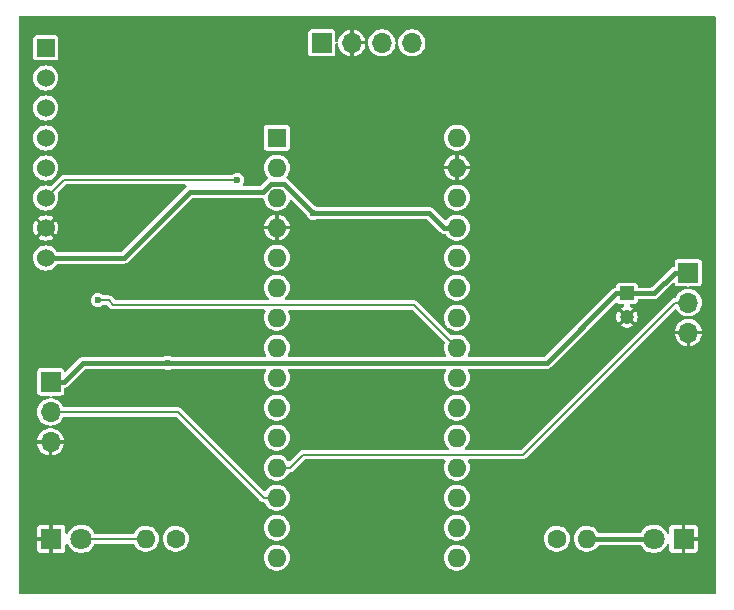
<source format=gtl>
%TF.GenerationSoftware,KiCad,Pcbnew,8.0.6*%
%TF.CreationDate,2025-04-16T21:55:28+02:00*%
%TF.ProjectId,Autonomous_KiCAD8,4175746f-6e6f-46d6-9f75-735f4b694341,rev?*%
%TF.SameCoordinates,Original*%
%TF.FileFunction,Copper,L1,Top*%
%TF.FilePolarity,Positive*%
%FSLAX46Y46*%
G04 Gerber Fmt 4.6, Leading zero omitted, Abs format (unit mm)*
G04 Created by KiCad (PCBNEW 8.0.6) date 2025-04-16 21:55:28*
%MOMM*%
%LPD*%
G01*
G04 APERTURE LIST*
%TA.AperFunction,ComponentPad*%
%ADD10C,1.524000*%
%TD*%
%TA.AperFunction,ComponentPad*%
%ADD11R,1.524000X1.524000*%
%TD*%
%TA.AperFunction,ComponentPad*%
%ADD12R,1.700000X1.700000*%
%TD*%
%TA.AperFunction,ComponentPad*%
%ADD13O,1.700000X1.700000*%
%TD*%
%TA.AperFunction,ComponentPad*%
%ADD14R,1.200000X1.200000*%
%TD*%
%TA.AperFunction,ComponentPad*%
%ADD15C,1.200000*%
%TD*%
%TA.AperFunction,ComponentPad*%
%ADD16C,1.600000*%
%TD*%
%TA.AperFunction,ComponentPad*%
%ADD17O,1.600000X1.600000*%
%TD*%
%TA.AperFunction,ComponentPad*%
%ADD18R,1.800000X1.800000*%
%TD*%
%TA.AperFunction,ComponentPad*%
%ADD19C,1.800000*%
%TD*%
%TA.AperFunction,ComponentPad*%
%ADD20R,1.600000X1.600000*%
%TD*%
%TA.AperFunction,ViaPad*%
%ADD21C,0.600000*%
%TD*%
%TA.AperFunction,Conductor*%
%ADD22C,0.200000*%
%TD*%
%TA.AperFunction,Conductor*%
%ADD23C,0.400000*%
%TD*%
%ADD24C,0.300000*%
%ADD25C,0.350000*%
G04 APERTURE END LIST*
D10*
%TO.P,U1,8,VCC*%
%TO.N,VCC*%
X141800000Y-91020000D03*
%TO.P,U1,7,GND*%
%TO.N,GND*%
X141800000Y-88480000D03*
%TO.P,U1,6,SCL*%
%TO.N,/SCL*%
X141800000Y-85940000D03*
%TO.P,U1,5,SDA*%
%TO.N,/SDA*%
X141800000Y-83400000D03*
%TO.P,U1,4,XDA*%
%TO.N,unconnected-(U1-XDA-Pad4)*%
X141800000Y-80860000D03*
%TO.P,U1,3,XCL*%
%TO.N,unconnected-(U1-XCL-Pad3)*%
X141800000Y-78320000D03*
%TO.P,U1,2,AD0*%
%TO.N,unconnected-(U1-AD0-Pad2)*%
X141800000Y-75780000D03*
D11*
%TO.P,U1,1,INT*%
%TO.N,unconnected-(U1-INT-Pad1)*%
X141800000Y-73240000D03*
%TD*%
D12*
%TO.P,J4,1,Pin_1*%
%TO.N,VCC*%
X165170000Y-72800000D03*
D13*
%TO.P,J4,2,Pin_2*%
%TO.N,GND*%
X167710000Y-72800000D03*
%TO.P,J4,3,Pin_3*%
%TO.N,/D0*%
X170250000Y-72800000D03*
%TO.P,J4,4,Pin_4*%
%TO.N,/A0*%
X172790000Y-72800000D03*
%TD*%
D14*
%TO.P,C1,1*%
%TO.N,+5V*%
X191000000Y-94027400D03*
D15*
%TO.P,C1,2*%
%TO.N,GND*%
X191000000Y-96027400D03*
%TD*%
D16*
%TO.P,R2,1*%
%TO.N,VCC*%
X185060000Y-114800000D03*
D17*
%TO.P,R2,2*%
%TO.N,Net-(D2-A)*%
X187600000Y-114800000D03*
%TD*%
D16*
%TO.P,R1,1*%
%TO.N,+5V*%
X152800000Y-114800000D03*
D17*
%TO.P,R1,2*%
%TO.N,Net-(D1-A)*%
X150260000Y-114800000D03*
%TD*%
D12*
%TO.P,J3,1,Pin_1*%
%TO.N,+5V*%
X142200000Y-101520000D03*
D13*
%TO.P,J3,2,Pin_2*%
%TO.N,/ESC*%
X142200000Y-104060000D03*
%TO.P,J3,3,Pin_3*%
%TO.N,GND*%
X142200000Y-106600000D03*
%TD*%
D12*
%TO.P,J1,1,Pin_1*%
%TO.N,+5V*%
X196200000Y-92260000D03*
D13*
%TO.P,J1,2,Pin_2*%
%TO.N,/SERVO*%
X196200000Y-94800000D03*
%TO.P,J1,3,Pin_3*%
%TO.N,GND*%
X196200000Y-97340000D03*
%TD*%
D18*
%TO.P,D2,1,K*%
%TO.N,GND*%
X195800000Y-114800000D03*
D19*
%TO.P,D2,2,A*%
%TO.N,Net-(D2-A)*%
X193260000Y-114800000D03*
%TD*%
D18*
%TO.P,D1,1,K*%
%TO.N,GND*%
X142260000Y-114800000D03*
D19*
%TO.P,D1,2,A*%
%TO.N,Net-(D1-A)*%
X144800000Y-114800000D03*
%TD*%
D20*
%TO.P,A1,1,D1/TX*%
%TO.N,unconnected-(A1-D1{slash}TX-Pad1)*%
X161360000Y-80840000D03*
D17*
%TO.P,A1,2,D0/RX*%
%TO.N,unconnected-(A1-D0{slash}RX-Pad2)*%
X161360000Y-83380000D03*
%TO.P,A1,3,~{RESET}*%
%TO.N,unconnected-(A1-~{RESET}-Pad3)*%
X161360000Y-85920000D03*
%TO.P,A1,4,GND*%
%TO.N,GND*%
X161360000Y-88460000D03*
%TO.P,A1,5,D2*%
%TO.N,/D0*%
X161360000Y-91000000D03*
%TO.P,A1,6,D3*%
%TO.N,unconnected-(A1-D3-Pad6)*%
X161360000Y-93540000D03*
%TO.P,A1,7,D4*%
%TO.N,unconnected-(A1-D4-Pad7)*%
X161360000Y-96080000D03*
%TO.P,A1,8,D5*%
%TO.N,unconnected-(A1-D5-Pad8)*%
X161360000Y-98620000D03*
%TO.P,A1,9,D6*%
%TO.N,unconnected-(A1-D6-Pad9)*%
X161360000Y-101160000D03*
%TO.P,A1,10,D7*%
%TO.N,unconnected-(A1-D7-Pad10)*%
X161360000Y-103700000D03*
%TO.P,A1,11,D8*%
%TO.N,unconnected-(A1-D8-Pad11)*%
X161360000Y-106240000D03*
%TO.P,A1,12,D9*%
%TO.N,/SERVO*%
X161360000Y-108780000D03*
%TO.P,A1,13,D10*%
%TO.N,/ESC*%
X161360000Y-111320000D03*
%TO.P,A1,14,D11*%
%TO.N,unconnected-(A1-D11-Pad14)*%
X161360000Y-113860000D03*
%TO.P,A1,15,D12*%
%TO.N,unconnected-(A1-D12-Pad15)*%
X161360000Y-116400000D03*
%TO.P,A1,16,D13*%
%TO.N,unconnected-(A1-D13-Pad16)*%
X176600000Y-116400000D03*
%TO.P,A1,17,3V3*%
%TO.N,unconnected-(A1-3V3-Pad17)*%
X176600000Y-113860000D03*
%TO.P,A1,18,AREF*%
%TO.N,unconnected-(A1-AREF-Pad18)*%
X176600000Y-111320000D03*
%TO.P,A1,19,A0*%
%TO.N,unconnected-(A1-A0-Pad19)*%
X176600000Y-108780000D03*
%TO.P,A1,20,A1*%
%TO.N,unconnected-(A1-A1-Pad20)*%
X176600000Y-106240000D03*
%TO.P,A1,21,A2*%
%TO.N,unconnected-(A1-A2-Pad21)*%
X176600000Y-103700000D03*
%TO.P,A1,22,A3*%
%TO.N,unconnected-(A1-A3-Pad22)*%
X176600000Y-101160000D03*
%TO.P,A1,23,A4*%
%TO.N,/SDA*%
X176600000Y-98620000D03*
%TO.P,A1,24,A5*%
%TO.N,/SCL*%
X176600000Y-96080000D03*
%TO.P,A1,25,A6*%
%TO.N,unconnected-(A1-A6-Pad25)*%
X176600000Y-93540000D03*
%TO.P,A1,26,A7*%
%TO.N,unconnected-(A1-A7-Pad26)*%
X176600000Y-91000000D03*
%TO.P,A1,27,+5V*%
%TO.N,VCC*%
X176600000Y-88460000D03*
%TO.P,A1,28,~{RESET}*%
%TO.N,unconnected-(A1-~{RESET}-Pad28)*%
X176600000Y-85920000D03*
%TO.P,A1,29,GND*%
%TO.N,GND*%
X176600000Y-83380000D03*
%TO.P,A1,30,VIN*%
%TO.N,unconnected-(A1-VIN-Pad30)*%
X176600000Y-80840000D03*
%TD*%
D21*
%TO.N,/SCL*%
X158000000Y-84400000D03*
%TO.N,+5V*%
X152129300Y-99890000D03*
%TO.N,VCC*%
X164444300Y-87200000D03*
%TO.N,/SDA*%
X146200000Y-94600000D03*
%TD*%
D22*
%TO.N,/SDA*%
X161815635Y-94980000D02*
X161835635Y-95000000D01*
X147124500Y-94600000D02*
X147504500Y-94980000D01*
X146200000Y-94600000D02*
X147124500Y-94600000D01*
X147504500Y-94980000D02*
X161815635Y-94980000D01*
X172980000Y-95000000D02*
X176600000Y-98620000D01*
X161835635Y-95000000D02*
X172980000Y-95000000D01*
D23*
%TO.N,VCC*%
X153977057Y-85422943D02*
X148380000Y-91020000D01*
X160160000Y-85422943D02*
X153977057Y-85422943D01*
X160862943Y-84720000D02*
X160160000Y-85422943D01*
X148380000Y-91020000D02*
X141800000Y-91020000D01*
X161964300Y-84720000D02*
X160862943Y-84720000D01*
X164444300Y-87200000D02*
X161964300Y-84720000D01*
X174238300Y-87200000D02*
X175498300Y-88460000D01*
X164444300Y-87200000D02*
X174238300Y-87200000D01*
X175498300Y-88460000D02*
X176600000Y-88460000D01*
D22*
%TO.N,/SCL*%
X144200000Y-84400000D02*
X158000000Y-84400000D01*
X143340000Y-84400000D02*
X144200000Y-84400000D01*
X141800000Y-85940000D02*
X143340000Y-84400000D01*
D23*
%TO.N,Net-(D2-A)*%
X193260000Y-114800000D02*
X187600000Y-114800000D01*
D22*
%TO.N,Net-(D1-A)*%
X144800000Y-114800000D02*
X150260000Y-114800000D01*
D23*
%TO.N,+5V*%
X193280900Y-94027400D02*
X195048300Y-92260000D01*
X191373000Y-94027400D02*
X193280900Y-94027400D01*
X196200000Y-92260000D02*
X195048300Y-92260000D01*
X191000000Y-94027400D02*
X191373000Y-94027400D01*
X191000000Y-94027400D02*
X190098300Y-94027400D01*
X142200000Y-101520000D02*
X143351700Y-101520000D01*
X144981700Y-99890000D02*
X152129300Y-99890000D01*
X143351700Y-101520000D02*
X144981700Y-99890000D01*
X184235700Y-99890000D02*
X190098300Y-94027400D01*
X152129300Y-99890000D02*
X184235700Y-99890000D01*
D22*
%TO.N,/ESC*%
X152998300Y-104060000D02*
X142200000Y-104060000D01*
X160258300Y-111320000D02*
X152998300Y-104060000D01*
X161360000Y-111320000D02*
X160258300Y-111320000D01*
%TO.N,/SCL*%
X176600000Y-96080000D02*
X176080000Y-96600000D01*
%TO.N,/SERVO*%
X182170000Y-107678300D02*
X195048300Y-94800000D01*
X163563400Y-107678300D02*
X182170000Y-107678300D01*
X162461700Y-108780000D02*
X163563400Y-107678300D01*
X161360000Y-108780000D02*
X162461700Y-108780000D01*
X196200000Y-94800000D02*
X195048300Y-94800000D01*
%TD*%
%TA.AperFunction,Conductor*%
%TO.N,GND*%
G36*
X198442539Y-70520185D02*
G01*
X198488294Y-70572989D01*
X198499500Y-70624500D01*
X198499500Y-119375500D01*
X198479815Y-119442539D01*
X198427011Y-119488294D01*
X198375500Y-119499500D01*
X139624500Y-119499500D01*
X139557461Y-119479815D01*
X139511706Y-119427011D01*
X139500500Y-119375500D01*
X139500500Y-116399999D01*
X160254785Y-116399999D01*
X160254785Y-116400000D01*
X160273602Y-116603082D01*
X160329417Y-116799247D01*
X160329422Y-116799260D01*
X160420327Y-116981821D01*
X160543237Y-117144581D01*
X160693958Y-117281980D01*
X160693960Y-117281982D01*
X160793141Y-117343392D01*
X160867363Y-117389348D01*
X161057544Y-117463024D01*
X161258024Y-117500500D01*
X161258026Y-117500500D01*
X161461974Y-117500500D01*
X161461976Y-117500500D01*
X161662456Y-117463024D01*
X161852637Y-117389348D01*
X162026041Y-117281981D01*
X162176764Y-117144579D01*
X162299673Y-116981821D01*
X162390582Y-116799250D01*
X162446397Y-116603083D01*
X162465215Y-116400000D01*
X162465215Y-116399999D01*
X175494785Y-116399999D01*
X175494785Y-116400000D01*
X175513602Y-116603082D01*
X175569417Y-116799247D01*
X175569422Y-116799260D01*
X175660327Y-116981821D01*
X175783237Y-117144581D01*
X175933958Y-117281980D01*
X175933960Y-117281982D01*
X176033141Y-117343392D01*
X176107363Y-117389348D01*
X176297544Y-117463024D01*
X176498024Y-117500500D01*
X176498026Y-117500500D01*
X176701974Y-117500500D01*
X176701976Y-117500500D01*
X176902456Y-117463024D01*
X177092637Y-117389348D01*
X177266041Y-117281981D01*
X177416764Y-117144579D01*
X177539673Y-116981821D01*
X177630582Y-116799250D01*
X177686397Y-116603083D01*
X177705215Y-116400000D01*
X177686397Y-116196917D01*
X177630582Y-116000750D01*
X177630208Y-115999999D01*
X177566711Y-115872479D01*
X177539673Y-115818179D01*
X177436821Y-115681981D01*
X177416762Y-115655418D01*
X177266041Y-115518019D01*
X177266039Y-115518017D01*
X177092642Y-115410655D01*
X177092635Y-115410651D01*
X176985703Y-115369226D01*
X176902456Y-115336976D01*
X176701976Y-115299500D01*
X176498024Y-115299500D01*
X176297544Y-115336976D01*
X176297541Y-115336976D01*
X176297541Y-115336977D01*
X176107364Y-115410651D01*
X176107357Y-115410655D01*
X175933960Y-115518017D01*
X175933958Y-115518019D01*
X175783237Y-115655418D01*
X175660327Y-115818178D01*
X175569422Y-116000739D01*
X175569417Y-116000752D01*
X175513602Y-116196917D01*
X175494785Y-116399999D01*
X162465215Y-116399999D01*
X162446397Y-116196917D01*
X162390582Y-116000750D01*
X162390208Y-115999999D01*
X162326711Y-115872479D01*
X162299673Y-115818179D01*
X162196821Y-115681981D01*
X162176762Y-115655418D01*
X162026041Y-115518019D01*
X162026039Y-115518017D01*
X161852642Y-115410655D01*
X161852635Y-115410651D01*
X161745703Y-115369226D01*
X161662456Y-115336976D01*
X161461976Y-115299500D01*
X161258024Y-115299500D01*
X161057544Y-115336976D01*
X161057541Y-115336976D01*
X161057541Y-115336977D01*
X160867364Y-115410651D01*
X160867357Y-115410655D01*
X160693960Y-115518017D01*
X160693958Y-115518019D01*
X160543237Y-115655418D01*
X160420327Y-115818178D01*
X160329422Y-116000739D01*
X160329417Y-116000752D01*
X160273602Y-116196917D01*
X160254785Y-116399999D01*
X139500500Y-116399999D01*
X139500500Y-113855205D01*
X141060000Y-113855205D01*
X141060000Y-114650000D01*
X141834318Y-114650000D01*
X141810000Y-114740756D01*
X141810000Y-114859244D01*
X141834318Y-114950000D01*
X141060001Y-114950000D01*
X141060001Y-115744785D01*
X141060002Y-115744808D01*
X141062908Y-115769869D01*
X141062909Y-115769873D01*
X141108211Y-115872474D01*
X141108214Y-115872479D01*
X141187520Y-115951785D01*
X141187525Y-115951788D01*
X141290123Y-115997089D01*
X141315206Y-115999999D01*
X142109999Y-115999999D01*
X142110000Y-115999998D01*
X142110000Y-115225681D01*
X142200756Y-115250000D01*
X142319244Y-115250000D01*
X142410000Y-115225681D01*
X142410000Y-115999999D01*
X143204786Y-115999999D01*
X143204808Y-115999997D01*
X143229869Y-115997091D01*
X143229873Y-115997090D01*
X143332474Y-115951788D01*
X143332479Y-115951785D01*
X143411785Y-115872479D01*
X143411788Y-115872474D01*
X143457089Y-115769877D01*
X143457089Y-115769875D01*
X143459999Y-115744794D01*
X143459999Y-115329417D01*
X143479683Y-115262378D01*
X143532487Y-115216623D01*
X143601646Y-115206679D01*
X143665202Y-115235704D01*
X143694999Y-115274145D01*
X143774938Y-115434683D01*
X143774943Y-115434691D01*
X143909020Y-115612238D01*
X144073437Y-115762123D01*
X144073439Y-115762125D01*
X144262595Y-115879245D01*
X144262596Y-115879245D01*
X144262599Y-115879247D01*
X144470060Y-115959618D01*
X144688757Y-116000500D01*
X144688759Y-116000500D01*
X144911241Y-116000500D01*
X144911243Y-116000500D01*
X145129940Y-115959618D01*
X145337401Y-115879247D01*
X145526562Y-115762124D01*
X145690981Y-115612236D01*
X145825058Y-115434689D01*
X145837028Y-115410651D01*
X145907449Y-115269228D01*
X145954952Y-115217991D01*
X146018449Y-115200500D01*
X149153263Y-115200500D01*
X149220302Y-115220185D01*
X149264262Y-115269228D01*
X149320327Y-115381821D01*
X149360251Y-115434689D01*
X149443237Y-115544581D01*
X149593958Y-115681980D01*
X149593960Y-115681982D01*
X149693141Y-115743392D01*
X149767363Y-115789348D01*
X149957544Y-115863024D01*
X150158024Y-115900500D01*
X150158026Y-115900500D01*
X150361974Y-115900500D01*
X150361976Y-115900500D01*
X150562456Y-115863024D01*
X150752637Y-115789348D01*
X150926041Y-115681981D01*
X151076764Y-115544579D01*
X151199673Y-115381821D01*
X151290582Y-115199250D01*
X151346397Y-115003083D01*
X151365215Y-114800000D01*
X151365215Y-114799999D01*
X151694785Y-114799999D01*
X151694785Y-114800000D01*
X151713602Y-115003082D01*
X151769417Y-115199247D01*
X151769422Y-115199260D01*
X151860327Y-115381821D01*
X151983237Y-115544581D01*
X152133958Y-115681980D01*
X152133960Y-115681982D01*
X152233141Y-115743392D01*
X152307363Y-115789348D01*
X152497544Y-115863024D01*
X152698024Y-115900500D01*
X152698026Y-115900500D01*
X152901974Y-115900500D01*
X152901976Y-115900500D01*
X153102456Y-115863024D01*
X153292637Y-115789348D01*
X153466041Y-115681981D01*
X153616764Y-115544579D01*
X153739673Y-115381821D01*
X153830582Y-115199250D01*
X153886397Y-115003083D01*
X153905215Y-114800000D01*
X153886397Y-114596917D01*
X153830582Y-114400750D01*
X153827476Y-114394513D01*
X153760122Y-114259247D01*
X153739673Y-114218179D01*
X153622550Y-114063083D01*
X153616762Y-114055418D01*
X153466041Y-113918019D01*
X153466039Y-113918017D01*
X153372336Y-113859999D01*
X160254785Y-113859999D01*
X160254785Y-113860000D01*
X160273602Y-114063082D01*
X160329417Y-114259247D01*
X160329422Y-114259260D01*
X160420327Y-114441821D01*
X160543237Y-114604581D01*
X160693958Y-114741980D01*
X160693960Y-114741982D01*
X160787661Y-114799999D01*
X160867363Y-114849348D01*
X161057544Y-114923024D01*
X161258024Y-114960500D01*
X161258026Y-114960500D01*
X161461974Y-114960500D01*
X161461976Y-114960500D01*
X161662456Y-114923024D01*
X161852637Y-114849348D01*
X162026041Y-114741981D01*
X162176764Y-114604579D01*
X162299673Y-114441821D01*
X162390582Y-114259250D01*
X162446397Y-114063083D01*
X162465215Y-113860000D01*
X162465215Y-113859999D01*
X175494785Y-113859999D01*
X175494785Y-113860000D01*
X175513602Y-114063082D01*
X175569417Y-114259247D01*
X175569422Y-114259260D01*
X175660327Y-114441821D01*
X175783237Y-114604581D01*
X175933958Y-114741980D01*
X175933960Y-114741982D01*
X176027661Y-114799999D01*
X176107363Y-114849348D01*
X176297544Y-114923024D01*
X176498024Y-114960500D01*
X176498026Y-114960500D01*
X176701974Y-114960500D01*
X176701976Y-114960500D01*
X176902456Y-114923024D01*
X177092637Y-114849348D01*
X177172339Y-114799999D01*
X183954785Y-114799999D01*
X183954785Y-114800000D01*
X183973602Y-115003082D01*
X184029417Y-115199247D01*
X184029422Y-115199260D01*
X184120327Y-115381821D01*
X184243237Y-115544581D01*
X184393958Y-115681980D01*
X184393960Y-115681982D01*
X184493141Y-115743392D01*
X184567363Y-115789348D01*
X184757544Y-115863024D01*
X184958024Y-115900500D01*
X184958026Y-115900500D01*
X185161974Y-115900500D01*
X185161976Y-115900500D01*
X185362456Y-115863024D01*
X185552637Y-115789348D01*
X185726041Y-115681981D01*
X185876764Y-115544579D01*
X185999673Y-115381821D01*
X186090582Y-115199250D01*
X186146397Y-115003083D01*
X186165215Y-114800000D01*
X186165215Y-114799999D01*
X186494785Y-114799999D01*
X186494785Y-114800000D01*
X186513602Y-115003082D01*
X186569417Y-115199247D01*
X186569422Y-115199260D01*
X186660327Y-115381821D01*
X186783237Y-115544581D01*
X186933958Y-115681980D01*
X186933960Y-115681982D01*
X187033141Y-115743392D01*
X187107363Y-115789348D01*
X187297544Y-115863024D01*
X187498024Y-115900500D01*
X187498026Y-115900500D01*
X187701974Y-115900500D01*
X187701976Y-115900500D01*
X187902456Y-115863024D01*
X188092637Y-115789348D01*
X188266041Y-115681981D01*
X188416764Y-115544579D01*
X188539673Y-115381821D01*
X188539674Y-115381819D01*
X188545945Y-115369226D01*
X188593449Y-115317990D01*
X188656944Y-115300500D01*
X192091346Y-115300500D01*
X192158385Y-115320185D01*
X192202346Y-115369229D01*
X192234936Y-115434679D01*
X192234943Y-115434691D01*
X192369020Y-115612238D01*
X192533437Y-115762123D01*
X192533439Y-115762125D01*
X192722595Y-115879245D01*
X192722596Y-115879245D01*
X192722599Y-115879247D01*
X192930060Y-115959618D01*
X193148757Y-116000500D01*
X193148759Y-116000500D01*
X193371241Y-116000500D01*
X193371243Y-116000500D01*
X193589940Y-115959618D01*
X193797401Y-115879247D01*
X193986562Y-115762124D01*
X194150981Y-115612236D01*
X194285058Y-115434689D01*
X194352375Y-115299500D01*
X194365000Y-115274145D01*
X194412503Y-115222907D01*
X194480165Y-115205486D01*
X194546506Y-115227411D01*
X194590461Y-115281723D01*
X194600000Y-115329416D01*
X194600000Y-115744785D01*
X194600002Y-115744808D01*
X194602908Y-115769869D01*
X194602909Y-115769873D01*
X194648211Y-115872474D01*
X194648214Y-115872479D01*
X194727520Y-115951785D01*
X194727525Y-115951788D01*
X194830123Y-115997089D01*
X194855206Y-115999999D01*
X195649999Y-115999999D01*
X195650000Y-115999998D01*
X195650000Y-115225681D01*
X195740756Y-115250000D01*
X195859244Y-115250000D01*
X195950000Y-115225681D01*
X195950000Y-115999999D01*
X196744786Y-115999999D01*
X196744808Y-115999997D01*
X196769869Y-115997091D01*
X196769873Y-115997090D01*
X196872474Y-115951788D01*
X196872479Y-115951785D01*
X196951785Y-115872479D01*
X196951788Y-115872474D01*
X196997089Y-115769877D01*
X196997089Y-115769875D01*
X196999999Y-115744794D01*
X197000000Y-115744791D01*
X197000000Y-114950000D01*
X196225682Y-114950000D01*
X196250000Y-114859244D01*
X196250000Y-114740756D01*
X196225682Y-114650000D01*
X196999999Y-114650000D01*
X196999999Y-113855214D01*
X196999997Y-113855191D01*
X196997091Y-113830130D01*
X196997090Y-113830126D01*
X196951788Y-113727525D01*
X196951785Y-113727520D01*
X196872479Y-113648214D01*
X196872474Y-113648211D01*
X196769876Y-113602910D01*
X196744794Y-113600000D01*
X195950000Y-113600000D01*
X195950000Y-114374318D01*
X195859244Y-114350000D01*
X195740756Y-114350000D01*
X195650000Y-114374318D01*
X195650000Y-113600000D01*
X194855214Y-113600000D01*
X194855191Y-113600002D01*
X194830130Y-113602908D01*
X194830126Y-113602909D01*
X194727525Y-113648211D01*
X194727520Y-113648214D01*
X194648214Y-113727520D01*
X194648211Y-113727525D01*
X194602910Y-113830122D01*
X194602910Y-113830124D01*
X194600000Y-113855205D01*
X194600000Y-114270582D01*
X194580315Y-114337621D01*
X194527511Y-114383376D01*
X194458353Y-114393320D01*
X194394797Y-114364295D01*
X194365000Y-114325854D01*
X194285061Y-114165316D01*
X194285056Y-114165308D01*
X194150979Y-113987761D01*
X193986562Y-113837876D01*
X193986560Y-113837874D01*
X193797404Y-113720754D01*
X193797398Y-113720752D01*
X193589940Y-113640382D01*
X193371243Y-113599500D01*
X193148757Y-113599500D01*
X192930060Y-113640382D01*
X192798864Y-113691207D01*
X192722601Y-113720752D01*
X192722595Y-113720754D01*
X192533439Y-113837874D01*
X192533437Y-113837876D01*
X192369020Y-113987761D01*
X192234943Y-114165308D01*
X192234936Y-114165320D01*
X192202346Y-114230771D01*
X192154843Y-114282009D01*
X192091346Y-114299500D01*
X188656944Y-114299500D01*
X188589905Y-114279815D01*
X188545945Y-114230774D01*
X188539673Y-114218178D01*
X188416762Y-114055418D01*
X188266041Y-113918019D01*
X188266039Y-113918017D01*
X188092642Y-113810655D01*
X188092635Y-113810651D01*
X187997546Y-113773814D01*
X187902456Y-113736976D01*
X187701976Y-113699500D01*
X187498024Y-113699500D01*
X187297544Y-113736976D01*
X187297541Y-113736976D01*
X187297541Y-113736977D01*
X187107364Y-113810651D01*
X187107357Y-113810655D01*
X186933960Y-113918017D01*
X186933958Y-113918019D01*
X186783237Y-114055418D01*
X186660327Y-114218178D01*
X186569422Y-114400739D01*
X186569417Y-114400752D01*
X186513602Y-114596917D01*
X186494785Y-114799999D01*
X186165215Y-114799999D01*
X186146397Y-114596917D01*
X186090582Y-114400750D01*
X186087476Y-114394513D01*
X186020122Y-114259247D01*
X185999673Y-114218179D01*
X185882550Y-114063083D01*
X185876762Y-114055418D01*
X185726041Y-113918019D01*
X185726039Y-113918017D01*
X185552642Y-113810655D01*
X185552635Y-113810651D01*
X185457546Y-113773814D01*
X185362456Y-113736976D01*
X185161976Y-113699500D01*
X184958024Y-113699500D01*
X184757544Y-113736976D01*
X184757541Y-113736976D01*
X184757541Y-113736977D01*
X184567364Y-113810651D01*
X184567357Y-113810655D01*
X184393960Y-113918017D01*
X184393958Y-113918019D01*
X184243237Y-114055418D01*
X184120327Y-114218178D01*
X184029422Y-114400739D01*
X184029417Y-114400752D01*
X183973602Y-114596917D01*
X183954785Y-114799999D01*
X177172339Y-114799999D01*
X177266041Y-114741981D01*
X177416764Y-114604579D01*
X177539673Y-114441821D01*
X177630582Y-114259250D01*
X177686397Y-114063083D01*
X177705215Y-113860000D01*
X177702446Y-113830122D01*
X177686397Y-113656917D01*
X177670203Y-113600002D01*
X177630582Y-113460750D01*
X177539673Y-113278179D01*
X177416764Y-113115421D01*
X177416762Y-113115418D01*
X177266041Y-112978019D01*
X177266039Y-112978017D01*
X177092642Y-112870655D01*
X177092635Y-112870651D01*
X176997546Y-112833814D01*
X176902456Y-112796976D01*
X176701976Y-112759500D01*
X176498024Y-112759500D01*
X176297544Y-112796976D01*
X176297541Y-112796976D01*
X176297541Y-112796977D01*
X176107364Y-112870651D01*
X176107357Y-112870655D01*
X175933960Y-112978017D01*
X175933958Y-112978019D01*
X175783237Y-113115418D01*
X175660327Y-113278178D01*
X175569422Y-113460739D01*
X175569417Y-113460752D01*
X175513602Y-113656917D01*
X175494785Y-113859999D01*
X162465215Y-113859999D01*
X162462446Y-113830122D01*
X162446397Y-113656917D01*
X162430203Y-113600002D01*
X162390582Y-113460750D01*
X162299673Y-113278179D01*
X162176764Y-113115421D01*
X162176762Y-113115418D01*
X162026041Y-112978019D01*
X162026039Y-112978017D01*
X161852642Y-112870655D01*
X161852635Y-112870651D01*
X161757546Y-112833814D01*
X161662456Y-112796976D01*
X161461976Y-112759500D01*
X161258024Y-112759500D01*
X161057544Y-112796976D01*
X161057541Y-112796976D01*
X161057541Y-112796977D01*
X160867364Y-112870651D01*
X160867357Y-112870655D01*
X160693960Y-112978017D01*
X160693958Y-112978019D01*
X160543237Y-113115418D01*
X160420327Y-113278178D01*
X160329422Y-113460739D01*
X160329417Y-113460752D01*
X160273602Y-113656917D01*
X160254785Y-113859999D01*
X153372336Y-113859999D01*
X153292642Y-113810655D01*
X153292635Y-113810651D01*
X153197546Y-113773814D01*
X153102456Y-113736976D01*
X152901976Y-113699500D01*
X152698024Y-113699500D01*
X152497544Y-113736976D01*
X152497541Y-113736976D01*
X152497541Y-113736977D01*
X152307364Y-113810651D01*
X152307357Y-113810655D01*
X152133960Y-113918017D01*
X152133958Y-113918019D01*
X151983237Y-114055418D01*
X151860327Y-114218178D01*
X151769422Y-114400739D01*
X151769417Y-114400752D01*
X151713602Y-114596917D01*
X151694785Y-114799999D01*
X151365215Y-114799999D01*
X151346397Y-114596917D01*
X151290582Y-114400750D01*
X151287476Y-114394513D01*
X151220122Y-114259247D01*
X151199673Y-114218179D01*
X151082550Y-114063083D01*
X151076762Y-114055418D01*
X150926041Y-113918019D01*
X150926039Y-113918017D01*
X150752642Y-113810655D01*
X150752635Y-113810651D01*
X150657546Y-113773814D01*
X150562456Y-113736976D01*
X150361976Y-113699500D01*
X150158024Y-113699500D01*
X149957544Y-113736976D01*
X149957541Y-113736976D01*
X149957541Y-113736977D01*
X149767364Y-113810651D01*
X149767357Y-113810655D01*
X149593960Y-113918017D01*
X149593958Y-113918019D01*
X149443237Y-114055418D01*
X149320326Y-114218180D01*
X149264263Y-114330771D01*
X149216761Y-114382008D01*
X149153263Y-114399500D01*
X146018449Y-114399500D01*
X145951410Y-114379815D01*
X145907449Y-114330772D01*
X145825061Y-114165316D01*
X145825056Y-114165308D01*
X145690979Y-113987761D01*
X145526562Y-113837876D01*
X145526560Y-113837874D01*
X145337404Y-113720754D01*
X145337398Y-113720752D01*
X145129940Y-113640382D01*
X144911243Y-113599500D01*
X144688757Y-113599500D01*
X144470060Y-113640382D01*
X144338864Y-113691207D01*
X144262601Y-113720752D01*
X144262595Y-113720754D01*
X144073439Y-113837874D01*
X144073437Y-113837876D01*
X143909020Y-113987761D01*
X143774943Y-114165308D01*
X143774938Y-114165316D01*
X143694999Y-114325855D01*
X143647496Y-114377092D01*
X143579833Y-114394513D01*
X143513492Y-114372587D01*
X143469538Y-114318276D01*
X143459999Y-114270583D01*
X143459999Y-113855214D01*
X143459997Y-113855191D01*
X143457091Y-113830130D01*
X143457090Y-113830126D01*
X143411788Y-113727525D01*
X143411785Y-113727520D01*
X143332479Y-113648214D01*
X143332474Y-113648211D01*
X143229876Y-113602910D01*
X143204794Y-113600000D01*
X142410000Y-113600000D01*
X142410000Y-114374318D01*
X142319244Y-114350000D01*
X142200756Y-114350000D01*
X142110000Y-114374318D01*
X142110000Y-113600000D01*
X141315214Y-113600000D01*
X141315191Y-113600002D01*
X141290130Y-113602908D01*
X141290126Y-113602909D01*
X141187525Y-113648211D01*
X141187520Y-113648214D01*
X141108214Y-113727520D01*
X141108211Y-113727525D01*
X141062910Y-113830122D01*
X141062910Y-113830124D01*
X141060000Y-113855205D01*
X139500500Y-113855205D01*
X139500500Y-104059999D01*
X141044571Y-104059999D01*
X141044571Y-104060000D01*
X141064244Y-104272310D01*
X141122596Y-104477392D01*
X141122596Y-104477394D01*
X141217632Y-104668253D01*
X141346127Y-104838406D01*
X141346128Y-104838407D01*
X141503698Y-104982052D01*
X141684981Y-105094298D01*
X141883802Y-105171321D01*
X142081973Y-105208365D01*
X142144253Y-105240033D01*
X142179526Y-105300346D01*
X142176592Y-105370154D01*
X142136383Y-105427294D01*
X142081972Y-105452143D01*
X141883941Y-105489162D01*
X141883936Y-105489163D01*
X141685210Y-105566149D01*
X141685201Y-105566153D01*
X141504002Y-105678346D01*
X141504000Y-105678348D01*
X141346500Y-105821928D01*
X141218059Y-105992010D01*
X141123066Y-106182783D01*
X141123058Y-106182803D01*
X141064738Y-106387781D01*
X141058972Y-106449999D01*
X141058973Y-106450000D01*
X141722555Y-106450000D01*
X141700000Y-106534174D01*
X141700000Y-106665826D01*
X141722555Y-106750000D01*
X141058973Y-106750000D01*
X141064738Y-106812218D01*
X141123058Y-107017196D01*
X141123066Y-107017216D01*
X141218059Y-107207989D01*
X141346500Y-107378071D01*
X141504000Y-107521651D01*
X141504002Y-107521653D01*
X141685201Y-107633846D01*
X141685207Y-107633849D01*
X141883936Y-107710836D01*
X142050000Y-107741879D01*
X142050000Y-107077445D01*
X142134174Y-107100000D01*
X142265826Y-107100000D01*
X142350000Y-107077445D01*
X142350000Y-107741879D01*
X142516063Y-107710836D01*
X142714792Y-107633849D01*
X142714798Y-107633846D01*
X142895997Y-107521653D01*
X142895999Y-107521651D01*
X143053499Y-107378071D01*
X143181940Y-107207989D01*
X143276933Y-107017216D01*
X143276941Y-107017196D01*
X143335261Y-106812218D01*
X143341027Y-106750000D01*
X142677445Y-106750000D01*
X142700000Y-106665826D01*
X142700000Y-106534174D01*
X142677445Y-106450000D01*
X143341027Y-106450000D01*
X143341027Y-106449999D01*
X143335261Y-106387781D01*
X143276941Y-106182803D01*
X143276933Y-106182783D01*
X143181940Y-105992010D01*
X143053499Y-105821928D01*
X142895999Y-105678348D01*
X142895997Y-105678346D01*
X142714798Y-105566153D01*
X142714789Y-105566149D01*
X142516063Y-105489163D01*
X142516058Y-105489162D01*
X142318027Y-105452143D01*
X142255746Y-105420475D01*
X142220473Y-105360162D01*
X142223407Y-105290354D01*
X142263616Y-105233214D01*
X142318024Y-105208366D01*
X142516198Y-105171321D01*
X142715019Y-105094298D01*
X142896302Y-104982052D01*
X143053872Y-104838407D01*
X143182366Y-104668255D01*
X143182367Y-104668253D01*
X143251593Y-104529229D01*
X143299096Y-104477991D01*
X143362593Y-104460500D01*
X152781045Y-104460500D01*
X152848084Y-104480185D01*
X152868726Y-104496819D01*
X159937819Y-111565912D01*
X159937820Y-111565913D01*
X160012387Y-111640480D01*
X160103713Y-111693207D01*
X160205573Y-111720500D01*
X160253263Y-111720500D01*
X160320302Y-111740185D01*
X160364262Y-111789228D01*
X160420327Y-111901821D01*
X160481781Y-111983200D01*
X160543237Y-112064581D01*
X160693958Y-112201980D01*
X160693960Y-112201982D01*
X160793141Y-112263392D01*
X160867363Y-112309348D01*
X161057544Y-112383024D01*
X161258024Y-112420500D01*
X161258026Y-112420500D01*
X161461974Y-112420500D01*
X161461976Y-112420500D01*
X161662456Y-112383024D01*
X161852637Y-112309348D01*
X162026041Y-112201981D01*
X162176764Y-112064579D01*
X162299673Y-111901821D01*
X162390582Y-111719250D01*
X162446397Y-111523083D01*
X162465215Y-111320000D01*
X162465215Y-111319999D01*
X175494785Y-111319999D01*
X175494785Y-111320000D01*
X175513602Y-111523082D01*
X175569417Y-111719247D01*
X175569422Y-111719260D01*
X175660327Y-111901821D01*
X175783237Y-112064581D01*
X175933958Y-112201980D01*
X175933960Y-112201982D01*
X176033141Y-112263392D01*
X176107363Y-112309348D01*
X176297544Y-112383024D01*
X176498024Y-112420500D01*
X176498026Y-112420500D01*
X176701974Y-112420500D01*
X176701976Y-112420500D01*
X176902456Y-112383024D01*
X177092637Y-112309348D01*
X177266041Y-112201981D01*
X177416764Y-112064579D01*
X177539673Y-111901821D01*
X177630582Y-111719250D01*
X177686397Y-111523083D01*
X177705215Y-111320000D01*
X177686397Y-111116917D01*
X177630582Y-110920750D01*
X177539673Y-110738179D01*
X177416764Y-110575421D01*
X177416762Y-110575418D01*
X177266041Y-110438019D01*
X177266039Y-110438017D01*
X177092642Y-110330655D01*
X177092635Y-110330651D01*
X176997546Y-110293814D01*
X176902456Y-110256976D01*
X176701976Y-110219500D01*
X176498024Y-110219500D01*
X176297544Y-110256976D01*
X176297541Y-110256976D01*
X176297541Y-110256977D01*
X176107364Y-110330651D01*
X176107357Y-110330655D01*
X175933960Y-110438017D01*
X175933958Y-110438019D01*
X175783237Y-110575418D01*
X175660327Y-110738178D01*
X175569422Y-110920739D01*
X175569417Y-110920752D01*
X175513602Y-111116917D01*
X175494785Y-111319999D01*
X162465215Y-111319999D01*
X162446397Y-111116917D01*
X162390582Y-110920750D01*
X162299673Y-110738179D01*
X162176764Y-110575421D01*
X162176762Y-110575418D01*
X162026041Y-110438019D01*
X162026039Y-110438017D01*
X161852642Y-110330655D01*
X161852635Y-110330651D01*
X161757546Y-110293814D01*
X161662456Y-110256976D01*
X161461976Y-110219500D01*
X161258024Y-110219500D01*
X161057544Y-110256976D01*
X161057541Y-110256976D01*
X161057541Y-110256977D01*
X160867364Y-110330651D01*
X160867357Y-110330655D01*
X160693960Y-110438017D01*
X160693958Y-110438019D01*
X160543237Y-110575418D01*
X160429850Y-110725568D01*
X160373741Y-110767204D01*
X160304029Y-110771895D01*
X160243215Y-110738522D01*
X155744692Y-106239999D01*
X160254785Y-106239999D01*
X160254785Y-106240000D01*
X160273602Y-106443082D01*
X160329417Y-106639247D01*
X160329422Y-106639260D01*
X160420327Y-106821821D01*
X160543237Y-106984581D01*
X160693958Y-107121980D01*
X160693960Y-107121982D01*
X160793141Y-107183392D01*
X160867363Y-107229348D01*
X161057544Y-107303024D01*
X161258024Y-107340500D01*
X161258026Y-107340500D01*
X161461974Y-107340500D01*
X161461976Y-107340500D01*
X161662456Y-107303024D01*
X161852637Y-107229348D01*
X162026041Y-107121981D01*
X162176764Y-106984579D01*
X162299673Y-106821821D01*
X162390582Y-106639250D01*
X162446397Y-106443083D01*
X162465215Y-106240000D01*
X162446397Y-106036917D01*
X162390582Y-105840750D01*
X162299673Y-105658179D01*
X162176764Y-105495421D01*
X162176762Y-105495418D01*
X162026041Y-105358019D01*
X162026039Y-105358017D01*
X161852642Y-105250655D01*
X161852635Y-105250651D01*
X161743481Y-105208365D01*
X161662456Y-105176976D01*
X161461976Y-105139500D01*
X161258024Y-105139500D01*
X161057544Y-105176976D01*
X161057541Y-105176976D01*
X161057541Y-105176977D01*
X160867364Y-105250651D01*
X160867357Y-105250655D01*
X160693960Y-105358017D01*
X160693958Y-105358019D01*
X160543237Y-105495418D01*
X160420327Y-105658178D01*
X160329422Y-105840739D01*
X160329417Y-105840752D01*
X160273602Y-106036917D01*
X160254785Y-106239999D01*
X155744692Y-106239999D01*
X153244215Y-103739522D01*
X153244213Y-103739520D01*
X153175763Y-103700000D01*
X153175761Y-103699999D01*
X160254785Y-103699999D01*
X160254785Y-103700000D01*
X160273602Y-103903082D01*
X160329417Y-104099247D01*
X160329422Y-104099260D01*
X160420327Y-104281821D01*
X160543237Y-104444581D01*
X160693958Y-104581980D01*
X160693960Y-104581982D01*
X160793141Y-104643392D01*
X160867363Y-104689348D01*
X161057544Y-104763024D01*
X161258024Y-104800500D01*
X161258026Y-104800500D01*
X161461974Y-104800500D01*
X161461976Y-104800500D01*
X161662456Y-104763024D01*
X161852637Y-104689348D01*
X162026041Y-104581981D01*
X162154122Y-104465219D01*
X162176762Y-104444581D01*
X162176764Y-104444579D01*
X162299673Y-104281821D01*
X162390582Y-104099250D01*
X162446397Y-103903083D01*
X162465215Y-103700000D01*
X162465215Y-103699999D01*
X175494785Y-103699999D01*
X175494785Y-103700000D01*
X175513602Y-103903082D01*
X175569417Y-104099247D01*
X175569422Y-104099260D01*
X175660327Y-104281821D01*
X175783237Y-104444581D01*
X175933958Y-104581980D01*
X175933960Y-104581982D01*
X176033141Y-104643392D01*
X176107363Y-104689348D01*
X176297544Y-104763024D01*
X176498024Y-104800500D01*
X176498026Y-104800500D01*
X176701974Y-104800500D01*
X176701976Y-104800500D01*
X176902456Y-104763024D01*
X177092637Y-104689348D01*
X177266041Y-104581981D01*
X177394122Y-104465219D01*
X177416762Y-104444581D01*
X177416764Y-104444579D01*
X177539673Y-104281821D01*
X177630582Y-104099250D01*
X177686397Y-103903083D01*
X177705215Y-103700000D01*
X177686397Y-103496917D01*
X177630582Y-103300750D01*
X177539673Y-103118179D01*
X177416764Y-102955421D01*
X177416762Y-102955418D01*
X177266041Y-102818019D01*
X177266039Y-102818017D01*
X177092642Y-102710655D01*
X177092635Y-102710651D01*
X176981465Y-102667584D01*
X176902456Y-102636976D01*
X176701976Y-102599500D01*
X176498024Y-102599500D01*
X176297544Y-102636976D01*
X176297541Y-102636976D01*
X176297541Y-102636977D01*
X176107364Y-102710651D01*
X176107357Y-102710655D01*
X175933960Y-102818017D01*
X175933958Y-102818019D01*
X175783237Y-102955418D01*
X175660327Y-103118178D01*
X175569422Y-103300739D01*
X175569417Y-103300752D01*
X175513602Y-103496917D01*
X175494785Y-103699999D01*
X162465215Y-103699999D01*
X162446397Y-103496917D01*
X162390582Y-103300750D01*
X162299673Y-103118179D01*
X162176764Y-102955421D01*
X162176762Y-102955418D01*
X162026041Y-102818019D01*
X162026039Y-102818017D01*
X161852642Y-102710655D01*
X161852635Y-102710651D01*
X161741465Y-102667584D01*
X161662456Y-102636976D01*
X161461976Y-102599500D01*
X161258024Y-102599500D01*
X161057544Y-102636976D01*
X161057541Y-102636976D01*
X161057541Y-102636977D01*
X160867364Y-102710651D01*
X160867357Y-102710655D01*
X160693960Y-102818017D01*
X160693958Y-102818019D01*
X160543237Y-102955418D01*
X160420327Y-103118178D01*
X160329422Y-103300739D01*
X160329417Y-103300752D01*
X160273602Y-103496917D01*
X160254785Y-103699999D01*
X153175761Y-103699999D01*
X153152889Y-103686793D01*
X153101957Y-103673146D01*
X153051027Y-103659500D01*
X153051026Y-103659500D01*
X143362593Y-103659500D01*
X143295554Y-103639815D01*
X143251593Y-103590771D01*
X143182367Y-103451746D01*
X143053872Y-103281593D01*
X142896302Y-103137948D01*
X142715019Y-103025702D01*
X142715017Y-103025701D01*
X142533601Y-102955421D01*
X142516198Y-102948679D01*
X142343456Y-102916387D01*
X142281176Y-102884719D01*
X142245903Y-102824407D01*
X142248837Y-102754599D01*
X142289046Y-102697459D01*
X142353764Y-102671128D01*
X142366233Y-102670499D01*
X143094864Y-102670499D01*
X143094879Y-102670497D01*
X143094882Y-102670497D01*
X143119987Y-102667586D01*
X143119988Y-102667585D01*
X143119991Y-102667585D01*
X143222765Y-102622206D01*
X143302206Y-102542765D01*
X143347585Y-102439991D01*
X143350500Y-102414865D01*
X143350500Y-102133625D01*
X143370185Y-102066586D01*
X143422989Y-102020831D01*
X143442397Y-102013853D01*
X143544886Y-101986392D01*
X143659014Y-101920500D01*
X145152695Y-100426819D01*
X145214018Y-100393334D01*
X145240376Y-100390500D01*
X151753043Y-100390500D01*
X151820082Y-100410185D01*
X151825399Y-100413924D01*
X151826457Y-100414534D01*
X151826459Y-100414536D01*
X151826460Y-100414536D01*
X151826463Y-100414538D01*
X151899498Y-100444790D01*
X151972538Y-100475044D01*
X152050919Y-100485363D01*
X152129299Y-100495682D01*
X152129300Y-100495682D01*
X152129301Y-100495682D01*
X152181554Y-100488802D01*
X152286062Y-100475044D01*
X152432141Y-100414536D01*
X152432145Y-100414532D01*
X152439176Y-100410474D01*
X152440182Y-100412216D01*
X152495232Y-100390931D01*
X152505557Y-100390500D01*
X160313910Y-100390500D01*
X160380949Y-100410185D01*
X160426704Y-100462989D01*
X160436648Y-100532147D01*
X160421953Y-100572585D01*
X160422882Y-100573048D01*
X160329422Y-100760739D01*
X160329417Y-100760752D01*
X160273602Y-100956917D01*
X160254785Y-101159999D01*
X160254785Y-101160000D01*
X160273602Y-101363082D01*
X160329417Y-101559247D01*
X160329422Y-101559260D01*
X160420327Y-101741821D01*
X160543237Y-101904581D01*
X160693958Y-102041980D01*
X160693960Y-102041982D01*
X160793141Y-102103392D01*
X160867363Y-102149348D01*
X161057544Y-102223024D01*
X161258024Y-102260500D01*
X161258026Y-102260500D01*
X161461974Y-102260500D01*
X161461976Y-102260500D01*
X161662456Y-102223024D01*
X161852637Y-102149348D01*
X162026041Y-102041981D01*
X162154122Y-101925219D01*
X162176762Y-101904581D01*
X162176764Y-101904579D01*
X162299673Y-101741821D01*
X162390582Y-101559250D01*
X162446397Y-101363083D01*
X162465215Y-101160000D01*
X162446397Y-100956917D01*
X162390582Y-100760750D01*
X162299673Y-100578179D01*
X162299672Y-100578178D01*
X162297118Y-100573048D01*
X162298602Y-100572308D01*
X162282108Y-100512406D01*
X162302922Y-100445708D01*
X162356491Y-100400852D01*
X162406090Y-100390500D01*
X175553910Y-100390500D01*
X175620949Y-100410185D01*
X175666704Y-100462989D01*
X175676648Y-100532147D01*
X175661953Y-100572585D01*
X175662882Y-100573048D01*
X175569422Y-100760739D01*
X175569417Y-100760752D01*
X175513602Y-100956917D01*
X175494785Y-101159999D01*
X175494785Y-101160000D01*
X175513602Y-101363082D01*
X175569417Y-101559247D01*
X175569422Y-101559260D01*
X175660327Y-101741821D01*
X175783237Y-101904581D01*
X175933958Y-102041980D01*
X175933960Y-102041982D01*
X176033141Y-102103392D01*
X176107363Y-102149348D01*
X176297544Y-102223024D01*
X176498024Y-102260500D01*
X176498026Y-102260500D01*
X176701974Y-102260500D01*
X176701976Y-102260500D01*
X176902456Y-102223024D01*
X177092637Y-102149348D01*
X177266041Y-102041981D01*
X177394122Y-101925219D01*
X177416762Y-101904581D01*
X177416764Y-101904579D01*
X177539673Y-101741821D01*
X177630582Y-101559250D01*
X177686397Y-101363083D01*
X177705215Y-101160000D01*
X177686397Y-100956917D01*
X177630582Y-100760750D01*
X177539673Y-100578179D01*
X177539672Y-100578178D01*
X177537118Y-100573048D01*
X177538602Y-100572308D01*
X177522108Y-100512406D01*
X177542922Y-100445708D01*
X177596491Y-100400852D01*
X177646090Y-100390500D01*
X184301590Y-100390500D01*
X184301592Y-100390500D01*
X184428886Y-100356392D01*
X184543014Y-100290500D01*
X190002890Y-94830622D01*
X190064213Y-94797138D01*
X190133905Y-94802122D01*
X190178252Y-94830623D01*
X190227235Y-94879606D01*
X190330009Y-94924985D01*
X190355135Y-94927900D01*
X190673412Y-94927899D01*
X190740449Y-94947583D01*
X190786204Y-95000387D01*
X190796148Y-95069546D01*
X190767123Y-95133101D01*
X190723846Y-95165178D01*
X190547527Y-95243680D01*
X190547525Y-95243681D01*
X190478536Y-95293803D01*
X190478536Y-95293804D01*
X190922354Y-95737622D01*
X190884204Y-95747844D01*
X190815795Y-95787340D01*
X190759940Y-95843195D01*
X190720444Y-95911604D01*
X190710222Y-95949754D01*
X190263508Y-95503040D01*
X190173279Y-95659323D01*
X190114819Y-95839245D01*
X190095043Y-96027400D01*
X190114819Y-96215554D01*
X190173281Y-96395481D01*
X190173282Y-96395483D01*
X190263506Y-96551758D01*
X190263508Y-96551759D01*
X190710221Y-96105045D01*
X190720444Y-96143196D01*
X190759940Y-96211605D01*
X190815795Y-96267460D01*
X190884204Y-96306956D01*
X190922353Y-96317177D01*
X190478535Y-96760994D01*
X190547522Y-96811117D01*
X190720355Y-96888065D01*
X190905406Y-96927400D01*
X191094594Y-96927400D01*
X191279644Y-96888065D01*
X191452480Y-96811114D01*
X191521462Y-96760994D01*
X191521463Y-96760994D01*
X191077646Y-96317177D01*
X191115796Y-96306956D01*
X191184205Y-96267460D01*
X191240060Y-96211605D01*
X191279556Y-96143196D01*
X191289778Y-96105046D01*
X191736490Y-96551758D01*
X191826718Y-96395479D01*
X191826721Y-96395472D01*
X191885180Y-96215554D01*
X191904956Y-96027400D01*
X191885180Y-95839245D01*
X191826718Y-95659319D01*
X191736491Y-95503040D01*
X191736490Y-95503039D01*
X191289777Y-95949752D01*
X191279556Y-95911604D01*
X191240060Y-95843195D01*
X191184205Y-95787340D01*
X191115796Y-95747844D01*
X191077646Y-95737622D01*
X191521463Y-95293805D01*
X191521462Y-95293804D01*
X191452477Y-95243682D01*
X191276152Y-95165179D01*
X191222915Y-95119929D01*
X191202593Y-95053080D01*
X191221638Y-94985856D01*
X191274003Y-94939600D01*
X191326585Y-94927899D01*
X191644864Y-94927899D01*
X191644879Y-94927897D01*
X191644882Y-94927897D01*
X191669987Y-94924986D01*
X191669988Y-94924985D01*
X191669991Y-94924985D01*
X191772765Y-94879606D01*
X191852206Y-94800165D01*
X191897585Y-94697391D01*
X191900500Y-94672265D01*
X191900500Y-94651900D01*
X191920185Y-94584861D01*
X191972989Y-94539106D01*
X192024500Y-94527900D01*
X193346790Y-94527900D01*
X193346792Y-94527900D01*
X193474086Y-94493792D01*
X193588214Y-94427900D01*
X194858168Y-93157944D01*
X194919489Y-93124461D01*
X194989180Y-93129445D01*
X195045114Y-93171316D01*
X195059277Y-93195533D01*
X195097794Y-93282765D01*
X195177235Y-93362206D01*
X195280009Y-93407585D01*
X195305135Y-93410500D01*
X196033758Y-93410499D01*
X196100795Y-93430183D01*
X196146550Y-93482987D01*
X196156494Y-93552146D01*
X196127469Y-93615702D01*
X196068691Y-93653476D01*
X196056542Y-93656388D01*
X196000116Y-93666935D01*
X195883802Y-93688679D01*
X195883800Y-93688679D01*
X195883798Y-93688680D01*
X195684982Y-93765701D01*
X195684980Y-93765702D01*
X195503699Y-93877947D01*
X195346127Y-94021593D01*
X195217632Y-94191746D01*
X195148408Y-94330770D01*
X195100906Y-94382007D01*
X195037408Y-94399499D01*
X194995574Y-94399499D01*
X194893713Y-94426793D01*
X194893711Y-94426793D01*
X194893711Y-94426794D01*
X194865231Y-94443237D01*
X194839916Y-94457853D01*
X194802384Y-94479522D01*
X182040426Y-107241481D01*
X181979103Y-107274966D01*
X181952745Y-107277800D01*
X177415197Y-107277800D01*
X177348158Y-107258115D01*
X177302403Y-107205311D01*
X177292459Y-107136153D01*
X177321484Y-107072597D01*
X177331659Y-107062163D01*
X177416762Y-106984581D01*
X177416764Y-106984579D01*
X177539673Y-106821821D01*
X177630582Y-106639250D01*
X177686397Y-106443083D01*
X177705215Y-106240000D01*
X177686397Y-106036917D01*
X177630582Y-105840750D01*
X177539673Y-105658179D01*
X177416764Y-105495421D01*
X177416762Y-105495418D01*
X177266041Y-105358019D01*
X177266039Y-105358017D01*
X177092642Y-105250655D01*
X177092635Y-105250651D01*
X176983481Y-105208365D01*
X176902456Y-105176976D01*
X176701976Y-105139500D01*
X176498024Y-105139500D01*
X176297544Y-105176976D01*
X176297541Y-105176976D01*
X176297541Y-105176977D01*
X176107364Y-105250651D01*
X176107357Y-105250655D01*
X175933960Y-105358017D01*
X175933958Y-105358019D01*
X175783237Y-105495418D01*
X175660327Y-105658178D01*
X175569422Y-105840739D01*
X175569417Y-105840752D01*
X175513602Y-106036917D01*
X175494785Y-106239999D01*
X175494785Y-106240000D01*
X175513602Y-106443082D01*
X175569417Y-106639247D01*
X175569422Y-106639260D01*
X175660327Y-106821821D01*
X175783237Y-106984581D01*
X175868341Y-107062163D01*
X175904623Y-107121874D01*
X175902862Y-107191722D01*
X175863619Y-107249529D01*
X175799352Y-107276944D01*
X175784803Y-107277800D01*
X163510673Y-107277800D01*
X163408810Y-107305093D01*
X163317487Y-107357820D01*
X163317484Y-107357822D01*
X162476784Y-108198521D01*
X162415461Y-108232006D01*
X162345769Y-108227022D01*
X162290149Y-108185567D01*
X162176762Y-108035418D01*
X162026041Y-107898019D01*
X162026039Y-107898017D01*
X161852642Y-107790655D01*
X161852635Y-107790651D01*
X161726738Y-107741879D01*
X161662456Y-107716976D01*
X161461976Y-107679500D01*
X161258024Y-107679500D01*
X161057544Y-107716976D01*
X161057541Y-107716976D01*
X161057541Y-107716977D01*
X160867364Y-107790651D01*
X160867357Y-107790655D01*
X160693960Y-107898017D01*
X160693958Y-107898019D01*
X160543237Y-108035418D01*
X160420327Y-108198178D01*
X160329422Y-108380739D01*
X160329417Y-108380752D01*
X160273602Y-108576917D01*
X160254785Y-108779999D01*
X160254785Y-108780000D01*
X160273602Y-108983082D01*
X160329417Y-109179247D01*
X160329422Y-109179260D01*
X160420327Y-109361821D01*
X160543237Y-109524581D01*
X160693958Y-109661980D01*
X160693960Y-109661982D01*
X160793141Y-109723392D01*
X160867363Y-109769348D01*
X161057544Y-109843024D01*
X161258024Y-109880500D01*
X161258026Y-109880500D01*
X161461974Y-109880500D01*
X161461976Y-109880500D01*
X161662456Y-109843024D01*
X161852637Y-109769348D01*
X162026041Y-109661981D01*
X162176764Y-109524579D01*
X162299673Y-109361821D01*
X162355737Y-109249228D01*
X162403239Y-109197992D01*
X162466737Y-109180500D01*
X162514425Y-109180500D01*
X162514427Y-109180500D01*
X162616288Y-109153207D01*
X162707613Y-109100480D01*
X163692974Y-108115119D01*
X163754297Y-108081634D01*
X163780655Y-108078800D01*
X175519504Y-108078800D01*
X175586543Y-108098485D01*
X175632298Y-108151289D01*
X175642242Y-108220447D01*
X175630504Y-108258072D01*
X175569422Y-108380739D01*
X175569417Y-108380752D01*
X175513602Y-108576917D01*
X175494785Y-108779999D01*
X175494785Y-108780000D01*
X175513602Y-108983082D01*
X175569417Y-109179247D01*
X175569422Y-109179260D01*
X175660327Y-109361821D01*
X175783237Y-109524581D01*
X175933958Y-109661980D01*
X175933960Y-109661982D01*
X176033141Y-109723392D01*
X176107363Y-109769348D01*
X176297544Y-109843024D01*
X176498024Y-109880500D01*
X176498026Y-109880500D01*
X176701974Y-109880500D01*
X176701976Y-109880500D01*
X176902456Y-109843024D01*
X177092637Y-109769348D01*
X177266041Y-109661981D01*
X177416764Y-109524579D01*
X177539673Y-109361821D01*
X177630582Y-109179250D01*
X177686397Y-108983083D01*
X177705215Y-108780000D01*
X177686397Y-108576917D01*
X177630582Y-108380750D01*
X177569496Y-108258072D01*
X177557235Y-108189286D01*
X177584108Y-108124791D01*
X177641584Y-108085064D01*
X177680496Y-108078800D01*
X182222725Y-108078800D01*
X182222727Y-108078800D01*
X182324588Y-108051507D01*
X182415913Y-107998780D01*
X195026177Y-95388513D01*
X195087498Y-95355030D01*
X195157190Y-95360014D01*
X195213123Y-95401886D01*
X195215908Y-95405970D01*
X195346127Y-95578406D01*
X195346128Y-95578407D01*
X195503698Y-95722052D01*
X195684981Y-95834298D01*
X195883802Y-95911321D01*
X196081973Y-95948365D01*
X196144253Y-95980033D01*
X196179526Y-96040346D01*
X196176592Y-96110154D01*
X196136383Y-96167294D01*
X196081972Y-96192143D01*
X195883941Y-96229162D01*
X195883936Y-96229163D01*
X195685210Y-96306149D01*
X195685201Y-96306153D01*
X195504002Y-96418346D01*
X195504000Y-96418348D01*
X195346500Y-96561928D01*
X195218059Y-96732010D01*
X195123066Y-96922783D01*
X195123058Y-96922803D01*
X195064738Y-97127781D01*
X195058972Y-97189999D01*
X195058973Y-97190000D01*
X195722555Y-97190000D01*
X195700000Y-97274174D01*
X195700000Y-97405826D01*
X195722555Y-97490000D01*
X195058973Y-97490000D01*
X195064738Y-97552218D01*
X195123058Y-97757196D01*
X195123066Y-97757216D01*
X195218059Y-97947989D01*
X195346500Y-98118071D01*
X195504000Y-98261651D01*
X195504002Y-98261653D01*
X195685201Y-98373846D01*
X195685207Y-98373849D01*
X195883936Y-98450836D01*
X196050000Y-98481879D01*
X196050000Y-97817445D01*
X196134174Y-97840000D01*
X196265826Y-97840000D01*
X196350000Y-97817445D01*
X196350000Y-98481879D01*
X196516063Y-98450836D01*
X196714792Y-98373849D01*
X196714798Y-98373846D01*
X196895997Y-98261653D01*
X196895999Y-98261651D01*
X197053499Y-98118071D01*
X197181940Y-97947989D01*
X197276933Y-97757216D01*
X197276941Y-97757196D01*
X197335261Y-97552218D01*
X197341027Y-97490000D01*
X196677445Y-97490000D01*
X196700000Y-97405826D01*
X196700000Y-97274174D01*
X196677445Y-97190000D01*
X197341027Y-97190000D01*
X197341027Y-97189999D01*
X197335261Y-97127781D01*
X197276941Y-96922803D01*
X197276933Y-96922783D01*
X197181940Y-96732010D01*
X197053499Y-96561928D01*
X196895999Y-96418348D01*
X196895997Y-96418346D01*
X196714798Y-96306153D01*
X196714789Y-96306149D01*
X196516063Y-96229163D01*
X196516058Y-96229162D01*
X196318027Y-96192143D01*
X196255746Y-96160475D01*
X196220473Y-96100162D01*
X196223407Y-96030354D01*
X196263616Y-95973214D01*
X196318024Y-95948366D01*
X196516198Y-95911321D01*
X196715019Y-95834298D01*
X196896302Y-95722052D01*
X197053872Y-95578407D01*
X197182366Y-95408255D01*
X197185537Y-95401886D01*
X197277403Y-95217394D01*
X197277403Y-95217393D01*
X197277405Y-95217389D01*
X197335756Y-95012310D01*
X197355429Y-94800000D01*
X197335756Y-94587690D01*
X197277405Y-94382611D01*
X197277403Y-94382606D01*
X197277403Y-94382605D01*
X197182367Y-94191746D01*
X197053872Y-94021593D01*
X197046592Y-94014956D01*
X196896302Y-93877948D01*
X196715019Y-93765702D01*
X196715017Y-93765701D01*
X196615608Y-93727190D01*
X196516198Y-93688679D01*
X196343456Y-93656387D01*
X196281176Y-93624719D01*
X196245903Y-93564407D01*
X196248837Y-93494599D01*
X196289046Y-93437459D01*
X196353764Y-93411128D01*
X196366233Y-93410499D01*
X197094864Y-93410499D01*
X197094879Y-93410497D01*
X197094882Y-93410497D01*
X197119987Y-93407586D01*
X197119988Y-93407585D01*
X197119991Y-93407585D01*
X197222765Y-93362206D01*
X197302206Y-93282765D01*
X197347585Y-93179991D01*
X197350500Y-93154865D01*
X197350499Y-91365136D01*
X197350497Y-91365117D01*
X197347586Y-91340012D01*
X197347585Y-91340010D01*
X197347585Y-91340009D01*
X197302206Y-91237235D01*
X197222765Y-91157794D01*
X197222763Y-91157793D01*
X197119992Y-91112415D01*
X197094865Y-91109500D01*
X195305143Y-91109500D01*
X195305117Y-91109502D01*
X195280012Y-91112413D01*
X195280008Y-91112415D01*
X195177235Y-91157793D01*
X195097794Y-91237234D01*
X195052415Y-91340006D01*
X195052415Y-91340008D01*
X195049500Y-91365131D01*
X195049500Y-91646374D01*
X195029815Y-91713413D01*
X194977011Y-91759168D01*
X194957595Y-91766148D01*
X194855114Y-91793608D01*
X194855112Y-91793608D01*
X194855112Y-91793609D01*
X194740986Y-91859500D01*
X194740983Y-91859502D01*
X193109905Y-93490581D01*
X193048582Y-93524066D01*
X193022224Y-93526900D01*
X192024499Y-93526900D01*
X191957460Y-93507215D01*
X191911705Y-93454411D01*
X191900499Y-93402900D01*
X191900499Y-93382543D01*
X191900499Y-93382536D01*
X191900497Y-93382517D01*
X191897586Y-93357412D01*
X191897585Y-93357410D01*
X191897585Y-93357409D01*
X191852206Y-93254635D01*
X191772765Y-93175194D01*
X191726722Y-93154864D01*
X191669992Y-93129815D01*
X191644865Y-93126900D01*
X190355143Y-93126900D01*
X190355117Y-93126902D01*
X190330012Y-93129813D01*
X190330008Y-93129815D01*
X190227235Y-93175193D01*
X190147794Y-93254634D01*
X190102415Y-93357406D01*
X190102415Y-93357408D01*
X190099500Y-93382531D01*
X190099500Y-93413774D01*
X190079815Y-93480813D01*
X190027011Y-93526568D01*
X190007593Y-93533549D01*
X189957840Y-93546879D01*
X189957841Y-93546880D01*
X189905112Y-93561008D01*
X189905111Y-93561009D01*
X189790989Y-93626898D01*
X189790983Y-93626902D01*
X184064705Y-99353181D01*
X184003382Y-99386666D01*
X183977024Y-99389500D01*
X177646090Y-99389500D01*
X177579051Y-99369815D01*
X177533296Y-99317011D01*
X177523352Y-99247853D01*
X177538046Y-99207414D01*
X177537118Y-99206952D01*
X177630577Y-99019260D01*
X177630576Y-99019260D01*
X177630582Y-99019250D01*
X177686397Y-98823083D01*
X177705215Y-98620000D01*
X177692416Y-98481879D01*
X177686397Y-98416917D01*
X177636139Y-98240282D01*
X177630582Y-98220750D01*
X177539673Y-98038179D01*
X177416764Y-97875421D01*
X177416762Y-97875418D01*
X177266041Y-97738019D01*
X177266039Y-97738017D01*
X177092642Y-97630655D01*
X177092635Y-97630651D01*
X176967069Y-97582007D01*
X176902456Y-97556976D01*
X176701976Y-97519500D01*
X176498024Y-97519500D01*
X176397784Y-97538238D01*
X176297542Y-97556976D01*
X176297534Y-97556979D01*
X176232927Y-97582007D01*
X176163303Y-97587868D01*
X176101564Y-97555158D01*
X176100454Y-97554061D01*
X174626392Y-96079999D01*
X175494785Y-96079999D01*
X175494785Y-96080000D01*
X175513602Y-96283082D01*
X175569417Y-96479247D01*
X175569422Y-96479260D01*
X175629686Y-96600287D01*
X175660327Y-96661821D01*
X175675833Y-96682355D01*
X175679255Y-96686886D01*
X175700074Y-96729516D01*
X175706792Y-96754585D01*
X175706792Y-96754587D01*
X175729077Y-96793185D01*
X175759520Y-96845913D01*
X175834087Y-96920480D01*
X175925412Y-96973207D01*
X175954793Y-96981079D01*
X175987969Y-96995422D01*
X176107363Y-97069348D01*
X176297544Y-97143024D01*
X176498024Y-97180500D01*
X176498026Y-97180500D01*
X176701974Y-97180500D01*
X176701976Y-97180500D01*
X176902456Y-97143024D01*
X177092637Y-97069348D01*
X177266041Y-96961981D01*
X177416764Y-96824579D01*
X177539673Y-96661821D01*
X177630582Y-96479250D01*
X177686397Y-96283083D01*
X177705215Y-96080000D01*
X177693017Y-95948365D01*
X177686397Y-95876917D01*
X177643855Y-95727400D01*
X177630582Y-95680750D01*
X177630574Y-95680734D01*
X177580301Y-95579772D01*
X177539673Y-95498179D01*
X177465909Y-95400500D01*
X177416762Y-95335418D01*
X177266041Y-95198019D01*
X177266039Y-95198017D01*
X177092642Y-95090655D01*
X177092635Y-95090651D01*
X176931640Y-95028282D01*
X176902456Y-95016976D01*
X176701976Y-94979500D01*
X176498024Y-94979500D01*
X176297544Y-95016976D01*
X176297541Y-95016976D01*
X176297541Y-95016977D01*
X176107364Y-95090651D01*
X176107357Y-95090655D01*
X175933960Y-95198017D01*
X175933958Y-95198019D01*
X175783237Y-95335418D01*
X175660327Y-95498178D01*
X175569422Y-95680739D01*
X175569417Y-95680752D01*
X175513602Y-95876917D01*
X175494785Y-96079999D01*
X174626392Y-96079999D01*
X173225915Y-94679522D01*
X173225913Y-94679520D01*
X173158329Y-94640500D01*
X173134589Y-94626793D01*
X173083657Y-94613146D01*
X173032727Y-94599500D01*
X173032726Y-94599500D01*
X162151393Y-94599500D01*
X162084354Y-94579815D01*
X162038599Y-94527011D01*
X162028655Y-94457853D01*
X162057680Y-94394297D01*
X162067855Y-94383863D01*
X162176762Y-94284581D01*
X162176764Y-94284579D01*
X162299673Y-94121821D01*
X162390582Y-93939250D01*
X162446397Y-93743083D01*
X162465215Y-93540000D01*
X162465215Y-93539999D01*
X175494785Y-93539999D01*
X175494785Y-93540000D01*
X175513602Y-93743082D01*
X175569417Y-93939247D01*
X175569422Y-93939260D01*
X175660327Y-94121821D01*
X175783237Y-94284581D01*
X175933958Y-94421980D01*
X175933960Y-94421982D01*
X175968290Y-94443238D01*
X176107363Y-94529348D01*
X176297544Y-94603024D01*
X176498024Y-94640500D01*
X176498026Y-94640500D01*
X176701974Y-94640500D01*
X176701976Y-94640500D01*
X176902456Y-94603024D01*
X177092637Y-94529348D01*
X177266041Y-94421981D01*
X177416764Y-94284579D01*
X177539673Y-94121821D01*
X177630582Y-93939250D01*
X177686397Y-93743083D01*
X177705215Y-93540000D01*
X177686397Y-93336917D01*
X177630582Y-93140750D01*
X177539673Y-92958179D01*
X177416764Y-92795421D01*
X177416762Y-92795418D01*
X177266041Y-92658019D01*
X177266039Y-92658017D01*
X177092642Y-92550655D01*
X177092635Y-92550651D01*
X176997546Y-92513814D01*
X176902456Y-92476976D01*
X176701976Y-92439500D01*
X176498024Y-92439500D01*
X176297544Y-92476976D01*
X176297541Y-92476976D01*
X176297541Y-92476977D01*
X176107364Y-92550651D01*
X176107357Y-92550655D01*
X175933960Y-92658017D01*
X175933958Y-92658019D01*
X175783237Y-92795418D01*
X175660327Y-92958178D01*
X175569422Y-93140739D01*
X175569417Y-93140752D01*
X175513602Y-93336917D01*
X175494785Y-93539999D01*
X162465215Y-93539999D01*
X162446397Y-93336917D01*
X162390582Y-93140750D01*
X162299673Y-92958179D01*
X162176764Y-92795421D01*
X162176762Y-92795418D01*
X162026041Y-92658019D01*
X162026039Y-92658017D01*
X161852642Y-92550655D01*
X161852635Y-92550651D01*
X161757546Y-92513814D01*
X161662456Y-92476976D01*
X161461976Y-92439500D01*
X161258024Y-92439500D01*
X161057544Y-92476976D01*
X161057541Y-92476976D01*
X161057541Y-92476977D01*
X160867364Y-92550651D01*
X160867357Y-92550655D01*
X160693960Y-92658017D01*
X160693958Y-92658019D01*
X160543237Y-92795418D01*
X160420327Y-92958178D01*
X160329422Y-93140739D01*
X160329417Y-93140752D01*
X160273602Y-93336917D01*
X160254785Y-93539999D01*
X160254785Y-93540000D01*
X160273602Y-93743082D01*
X160329417Y-93939247D01*
X160329422Y-93939260D01*
X160420327Y-94121821D01*
X160543237Y-94284581D01*
X160630206Y-94363863D01*
X160666488Y-94423574D01*
X160664727Y-94493422D01*
X160625484Y-94551229D01*
X160561217Y-94578644D01*
X160546668Y-94579500D01*
X147721755Y-94579500D01*
X147654716Y-94559815D01*
X147634074Y-94543181D01*
X147370415Y-94279522D01*
X147370413Y-94279520D01*
X147324750Y-94253156D01*
X147279089Y-94226793D01*
X147228157Y-94213146D01*
X147177227Y-94199500D01*
X147177226Y-94199500D01*
X146706580Y-94199500D01*
X146639541Y-94179815D01*
X146631093Y-94173876D01*
X146628283Y-94171720D01*
X146628282Y-94171718D01*
X146502841Y-94075464D01*
X146356762Y-94014956D01*
X146356760Y-94014955D01*
X146200001Y-93994318D01*
X146199999Y-93994318D01*
X146043239Y-94014955D01*
X146043237Y-94014956D01*
X145897160Y-94075463D01*
X145771718Y-94171718D01*
X145675463Y-94297160D01*
X145614956Y-94443237D01*
X145614955Y-94443239D01*
X145594318Y-94599998D01*
X145594318Y-94600001D01*
X145614955Y-94756760D01*
X145614956Y-94756762D01*
X145675464Y-94902841D01*
X145771718Y-95028282D01*
X145897159Y-95124536D01*
X146043238Y-95185044D01*
X146121619Y-95195363D01*
X146199999Y-95205682D01*
X146200000Y-95205682D01*
X146200001Y-95205682D01*
X146252254Y-95198802D01*
X146356762Y-95185044D01*
X146502841Y-95124536D01*
X146628282Y-95028282D01*
X146628283Y-95028279D01*
X146631093Y-95026124D01*
X146696263Y-95000930D01*
X146706580Y-95000500D01*
X146907245Y-95000500D01*
X146974284Y-95020185D01*
X146994926Y-95036819D01*
X147258587Y-95300480D01*
X147349912Y-95353207D01*
X147451773Y-95380500D01*
X160278657Y-95380500D01*
X160345696Y-95400185D01*
X160391451Y-95452989D01*
X160401395Y-95522147D01*
X160389657Y-95559771D01*
X160329424Y-95680734D01*
X160329417Y-95680752D01*
X160273602Y-95876917D01*
X160254785Y-96079999D01*
X160254785Y-96080000D01*
X160273602Y-96283082D01*
X160329417Y-96479247D01*
X160329422Y-96479260D01*
X160420327Y-96661821D01*
X160543237Y-96824581D01*
X160693958Y-96961980D01*
X160693960Y-96961982D01*
X160793141Y-97023392D01*
X160867363Y-97069348D01*
X161057544Y-97143024D01*
X161258024Y-97180500D01*
X161258026Y-97180500D01*
X161461974Y-97180500D01*
X161461976Y-97180500D01*
X161662456Y-97143024D01*
X161852637Y-97069348D01*
X162026041Y-96961981D01*
X162176764Y-96824579D01*
X162299673Y-96661821D01*
X162390582Y-96479250D01*
X162446397Y-96283083D01*
X162465215Y-96080000D01*
X162453017Y-95948365D01*
X162446397Y-95876917D01*
X162403855Y-95727400D01*
X162390582Y-95680750D01*
X162390574Y-95680734D01*
X162340301Y-95579772D01*
X162328040Y-95510987D01*
X162354913Y-95446492D01*
X162412389Y-95406764D01*
X162451301Y-95400500D01*
X172762745Y-95400500D01*
X172829784Y-95420185D01*
X172850426Y-95436819D01*
X175532274Y-98118667D01*
X175565759Y-98179990D01*
X175563860Y-98240282D01*
X175513602Y-98416921D01*
X175494785Y-98619999D01*
X175494785Y-98620000D01*
X175513602Y-98823082D01*
X175569417Y-99019247D01*
X175569422Y-99019260D01*
X175662882Y-99206952D01*
X175661397Y-99207691D01*
X175677892Y-99267594D01*
X175657078Y-99334292D01*
X175603509Y-99379148D01*
X175553910Y-99389500D01*
X162406090Y-99389500D01*
X162339051Y-99369815D01*
X162293296Y-99317011D01*
X162283352Y-99247853D01*
X162298046Y-99207414D01*
X162297118Y-99206952D01*
X162390577Y-99019260D01*
X162390576Y-99019260D01*
X162390582Y-99019250D01*
X162446397Y-98823083D01*
X162465215Y-98620000D01*
X162452416Y-98481879D01*
X162446397Y-98416917D01*
X162396139Y-98240282D01*
X162390582Y-98220750D01*
X162299673Y-98038179D01*
X162176764Y-97875421D01*
X162176762Y-97875418D01*
X162026041Y-97738019D01*
X162026039Y-97738017D01*
X161852642Y-97630655D01*
X161852635Y-97630651D01*
X161727069Y-97582007D01*
X161662456Y-97556976D01*
X161461976Y-97519500D01*
X161258024Y-97519500D01*
X161057544Y-97556976D01*
X161057541Y-97556976D01*
X161057541Y-97556977D01*
X160867364Y-97630651D01*
X160867357Y-97630655D01*
X160693960Y-97738017D01*
X160693958Y-97738019D01*
X160543237Y-97875418D01*
X160420327Y-98038178D01*
X160329422Y-98220739D01*
X160329417Y-98220752D01*
X160273602Y-98416917D01*
X160254785Y-98619999D01*
X160254785Y-98620000D01*
X160273602Y-98823082D01*
X160329417Y-99019247D01*
X160329422Y-99019260D01*
X160422882Y-99206952D01*
X160421397Y-99207691D01*
X160437892Y-99267594D01*
X160417078Y-99334292D01*
X160363509Y-99379148D01*
X160313910Y-99389500D01*
X152505557Y-99389500D01*
X152438518Y-99369815D01*
X152433200Y-99366075D01*
X152432136Y-99365461D01*
X152286065Y-99304957D01*
X152286060Y-99304955D01*
X152129301Y-99284318D01*
X152129299Y-99284318D01*
X151972539Y-99304955D01*
X151972534Y-99304957D01*
X151826463Y-99365461D01*
X151819424Y-99369526D01*
X151818417Y-99367783D01*
X151763368Y-99389069D01*
X151753043Y-99389500D01*
X144915807Y-99389500D01*
X144788512Y-99423608D01*
X144674386Y-99489500D01*
X144674383Y-99489502D01*
X143541833Y-100622051D01*
X143480510Y-100655536D01*
X143410818Y-100650552D01*
X143354885Y-100608680D01*
X143340718Y-100584456D01*
X143302206Y-100497235D01*
X143222765Y-100417794D01*
X143119992Y-100372415D01*
X143094865Y-100369500D01*
X141305143Y-100369500D01*
X141305117Y-100369502D01*
X141280012Y-100372413D01*
X141280008Y-100372415D01*
X141177235Y-100417793D01*
X141097794Y-100497234D01*
X141052415Y-100600006D01*
X141052415Y-100600008D01*
X141049500Y-100625131D01*
X141049500Y-102414856D01*
X141049502Y-102414882D01*
X141052413Y-102439987D01*
X141052415Y-102439991D01*
X141097793Y-102542764D01*
X141097794Y-102542765D01*
X141177235Y-102622206D01*
X141280009Y-102667585D01*
X141305135Y-102670500D01*
X142033758Y-102670499D01*
X142100795Y-102690183D01*
X142146550Y-102742987D01*
X142156494Y-102812146D01*
X142127469Y-102875702D01*
X142068691Y-102913476D01*
X142056542Y-102916388D01*
X142000116Y-102926935D01*
X141883802Y-102948679D01*
X141883800Y-102948679D01*
X141883798Y-102948680D01*
X141684982Y-103025701D01*
X141684980Y-103025702D01*
X141503699Y-103137947D01*
X141346127Y-103281593D01*
X141217632Y-103451746D01*
X141122596Y-103642605D01*
X141122596Y-103642607D01*
X141064244Y-103847689D01*
X141044571Y-104059999D01*
X139500500Y-104059999D01*
X139500500Y-88480000D01*
X140732861Y-88480000D01*
X140753365Y-88688186D01*
X140814092Y-88888375D01*
X140912705Y-89072869D01*
X140949799Y-89118067D01*
X141444085Y-88623782D01*
X141444964Y-88627061D01*
X141495124Y-88713940D01*
X141566060Y-88784876D01*
X141652939Y-88835036D01*
X141656217Y-88835914D01*
X141161931Y-89330199D01*
X141161931Y-89330200D01*
X141207126Y-89367292D01*
X141207128Y-89367293D01*
X141391624Y-89465907D01*
X141591815Y-89526634D01*
X141591811Y-89526634D01*
X141800000Y-89547138D01*
X142008186Y-89526634D01*
X142208379Y-89465906D01*
X142392870Y-89367294D01*
X142392874Y-89367291D01*
X142438067Y-89330200D01*
X142438067Y-89330199D01*
X141943783Y-88835914D01*
X141947061Y-88835036D01*
X142033940Y-88784876D01*
X142104876Y-88713940D01*
X142155036Y-88627061D01*
X142155914Y-88623782D01*
X142650199Y-89118067D01*
X142650200Y-89118067D01*
X142687291Y-89072874D01*
X142687294Y-89072870D01*
X142785906Y-88888379D01*
X142846634Y-88688186D01*
X142867138Y-88480000D01*
X142846634Y-88271813D01*
X142785907Y-88071624D01*
X142687293Y-87887128D01*
X142687292Y-87887126D01*
X142650200Y-87841931D01*
X142650199Y-87841931D01*
X142155914Y-88336216D01*
X142155036Y-88332939D01*
X142104876Y-88246060D01*
X142033940Y-88175124D01*
X141947061Y-88124964D01*
X141943782Y-88124085D01*
X142438067Y-87629799D01*
X142392869Y-87592705D01*
X142208375Y-87494092D01*
X142008184Y-87433365D01*
X142008188Y-87433365D01*
X141800000Y-87412861D01*
X141591813Y-87433365D01*
X141391620Y-87494093D01*
X141207130Y-87592704D01*
X141207128Y-87592706D01*
X141161930Y-87629798D01*
X141161930Y-87629799D01*
X141656217Y-88124085D01*
X141652939Y-88124964D01*
X141566060Y-88175124D01*
X141495124Y-88246060D01*
X141444964Y-88332939D01*
X141444085Y-88336216D01*
X140949799Y-87841930D01*
X140949798Y-87841930D01*
X140912706Y-87887128D01*
X140912704Y-87887130D01*
X140814093Y-88071620D01*
X140753365Y-88271813D01*
X140732861Y-88480000D01*
X139500500Y-88480000D01*
X139500500Y-85940000D01*
X140732359Y-85940000D01*
X140752872Y-86148284D01*
X140752873Y-86148286D01*
X140813628Y-86348569D01*
X140895543Y-86501821D01*
X140912291Y-86533153D01*
X141045063Y-86694936D01*
X141175498Y-86801981D01*
X141206850Y-86827711D01*
X141391431Y-86926372D01*
X141591714Y-86987127D01*
X141800000Y-87007641D01*
X142008286Y-86987127D01*
X142208569Y-86926372D01*
X142393150Y-86827711D01*
X142554936Y-86694936D01*
X142687711Y-86533150D01*
X142786372Y-86348569D01*
X142847127Y-86148286D01*
X142867641Y-85940000D01*
X142847127Y-85731714D01*
X142805289Y-85593795D01*
X142804667Y-85523931D01*
X142836268Y-85470123D01*
X143469574Y-84836819D01*
X143530897Y-84803334D01*
X143557255Y-84800500D01*
X144147273Y-84800500D01*
X153593693Y-84800500D01*
X153660732Y-84820185D01*
X153706487Y-84872989D01*
X153716431Y-84942147D01*
X153687406Y-85005703D01*
X153671445Y-85020740D01*
X148209005Y-90483181D01*
X148147682Y-90516666D01*
X148121324Y-90519500D01*
X142811556Y-90519500D01*
X142744517Y-90499815D01*
X142702199Y-90453955D01*
X142687711Y-90426850D01*
X142680594Y-90418178D01*
X142554936Y-90265063D01*
X142393153Y-90132291D01*
X142393151Y-90132290D01*
X142393150Y-90132289D01*
X142208569Y-90033628D01*
X142108427Y-90003250D01*
X142008284Y-89972872D01*
X141800000Y-89952359D01*
X141591715Y-89972872D01*
X141391428Y-90033629D01*
X141206846Y-90132291D01*
X141045063Y-90265063D01*
X140912291Y-90426846D01*
X140813629Y-90611428D01*
X140752872Y-90811715D01*
X140732359Y-91020000D01*
X140752872Y-91228284D01*
X140783250Y-91328427D01*
X140813628Y-91428569D01*
X140895543Y-91581821D01*
X140912291Y-91613153D01*
X141045063Y-91774936D01*
X141175498Y-91881981D01*
X141206850Y-91907711D01*
X141391431Y-92006372D01*
X141591714Y-92067127D01*
X141800000Y-92087641D01*
X142008286Y-92067127D01*
X142208569Y-92006372D01*
X142393150Y-91907711D01*
X142554936Y-91774936D01*
X142687711Y-91613150D01*
X142702199Y-91586044D01*
X142751161Y-91536202D01*
X142811556Y-91520500D01*
X148445890Y-91520500D01*
X148445892Y-91520500D01*
X148573186Y-91486392D01*
X148687314Y-91420500D01*
X149107815Y-90999999D01*
X160254785Y-90999999D01*
X160254785Y-91000000D01*
X160273602Y-91203082D01*
X160329417Y-91399247D01*
X160329422Y-91399260D01*
X160420327Y-91581821D01*
X160543237Y-91744581D01*
X160693958Y-91881980D01*
X160693960Y-91881982D01*
X160735514Y-91907711D01*
X160867363Y-91989348D01*
X161057544Y-92063024D01*
X161258024Y-92100500D01*
X161258026Y-92100500D01*
X161461974Y-92100500D01*
X161461976Y-92100500D01*
X161662456Y-92063024D01*
X161852637Y-91989348D01*
X162026041Y-91881981D01*
X162176764Y-91744579D01*
X162299673Y-91581821D01*
X162390582Y-91399250D01*
X162446397Y-91203083D01*
X162465215Y-91000000D01*
X162465215Y-90999999D01*
X175494785Y-90999999D01*
X175494785Y-91000000D01*
X175513602Y-91203082D01*
X175569417Y-91399247D01*
X175569422Y-91399260D01*
X175660327Y-91581821D01*
X175783237Y-91744581D01*
X175933958Y-91881980D01*
X175933960Y-91881982D01*
X175975514Y-91907711D01*
X176107363Y-91989348D01*
X176297544Y-92063024D01*
X176498024Y-92100500D01*
X176498026Y-92100500D01*
X176701974Y-92100500D01*
X176701976Y-92100500D01*
X176902456Y-92063024D01*
X177092637Y-91989348D01*
X177266041Y-91881981D01*
X177416764Y-91744579D01*
X177539673Y-91581821D01*
X177630582Y-91399250D01*
X177686397Y-91203083D01*
X177705215Y-91000000D01*
X177686397Y-90796917D01*
X177630582Y-90600750D01*
X177539673Y-90418179D01*
X177424046Y-90265064D01*
X177416762Y-90255418D01*
X177266041Y-90118019D01*
X177266039Y-90118017D01*
X177092642Y-90010655D01*
X177092635Y-90010651D01*
X176942164Y-89952359D01*
X176902456Y-89936976D01*
X176701976Y-89899500D01*
X176498024Y-89899500D01*
X176297544Y-89936976D01*
X176297541Y-89936976D01*
X176297541Y-89936977D01*
X176107364Y-90010651D01*
X176107357Y-90010655D01*
X175933960Y-90118017D01*
X175933958Y-90118019D01*
X175783237Y-90255418D01*
X175660327Y-90418178D01*
X175569422Y-90600739D01*
X175569417Y-90600752D01*
X175513602Y-90796917D01*
X175494785Y-90999999D01*
X162465215Y-90999999D01*
X162446397Y-90796917D01*
X162390582Y-90600750D01*
X162299673Y-90418179D01*
X162184046Y-90265064D01*
X162176762Y-90255418D01*
X162026041Y-90118019D01*
X162026039Y-90118017D01*
X161852642Y-90010655D01*
X161852635Y-90010651D01*
X161702164Y-89952359D01*
X161662456Y-89936976D01*
X161461976Y-89899500D01*
X161258024Y-89899500D01*
X161057544Y-89936976D01*
X161057541Y-89936976D01*
X161057541Y-89936977D01*
X160867364Y-90010651D01*
X160867357Y-90010655D01*
X160693960Y-90118017D01*
X160693958Y-90118019D01*
X160543237Y-90255418D01*
X160420327Y-90418178D01*
X160329422Y-90600739D01*
X160329417Y-90600752D01*
X160273602Y-90796917D01*
X160254785Y-90999999D01*
X149107815Y-90999999D01*
X151797815Y-88309999D01*
X160269186Y-88309999D01*
X160269187Y-88310000D01*
X160882555Y-88310000D01*
X160860000Y-88394174D01*
X160860000Y-88525826D01*
X160882555Y-88610000D01*
X160269187Y-88610000D01*
X160274097Y-88662991D01*
X160329883Y-88859063D01*
X160329886Y-88859069D01*
X160420754Y-89041556D01*
X160543608Y-89204242D01*
X160694260Y-89341578D01*
X160867584Y-89448897D01*
X161057678Y-89522539D01*
X161210000Y-89551013D01*
X161210000Y-88937445D01*
X161294174Y-88960000D01*
X161425826Y-88960000D01*
X161510000Y-88937445D01*
X161510000Y-89551013D01*
X161662321Y-89522539D01*
X161852415Y-89448897D01*
X162025739Y-89341578D01*
X162176391Y-89204242D01*
X162299245Y-89041556D01*
X162390113Y-88859069D01*
X162390116Y-88859063D01*
X162445902Y-88662991D01*
X162450813Y-88610000D01*
X161837445Y-88610000D01*
X161860000Y-88525826D01*
X161860000Y-88394174D01*
X161837445Y-88310000D01*
X162450813Y-88310000D01*
X162450813Y-88309999D01*
X162445902Y-88257008D01*
X162390116Y-88060936D01*
X162390113Y-88060930D01*
X162299245Y-87878443D01*
X162176391Y-87715757D01*
X162025739Y-87578421D01*
X161852415Y-87471102D01*
X161662322Y-87397460D01*
X161510000Y-87368985D01*
X161510000Y-87982554D01*
X161425826Y-87960000D01*
X161294174Y-87960000D01*
X161210000Y-87982554D01*
X161210000Y-87368985D01*
X161057677Y-87397460D01*
X160867584Y-87471102D01*
X160694260Y-87578421D01*
X160543608Y-87715757D01*
X160420754Y-87878443D01*
X160329886Y-88060930D01*
X160329883Y-88060936D01*
X160274097Y-88257008D01*
X160269186Y-88309999D01*
X151797815Y-88309999D01*
X154148052Y-85959762D01*
X154209375Y-85926277D01*
X154235733Y-85923443D01*
X160142063Y-85923443D01*
X160209102Y-85943128D01*
X160254857Y-85995932D01*
X160265534Y-86036002D01*
X160273602Y-86123082D01*
X160329417Y-86319247D01*
X160329422Y-86319260D01*
X160420327Y-86501821D01*
X160543237Y-86664581D01*
X160618957Y-86733608D01*
X160691237Y-86799500D01*
X160693958Y-86801980D01*
X160693960Y-86801982D01*
X160735514Y-86827711D01*
X160867363Y-86909348D01*
X161057544Y-86983024D01*
X161258024Y-87020500D01*
X161258026Y-87020500D01*
X161461974Y-87020500D01*
X161461976Y-87020500D01*
X161662456Y-86983024D01*
X161852637Y-86909348D01*
X162026041Y-86801981D01*
X162160051Y-86679815D01*
X162176762Y-86664581D01*
X162176764Y-86664579D01*
X162299673Y-86501821D01*
X162390582Y-86319250D01*
X162435871Y-86160075D01*
X162473149Y-86100985D01*
X162536458Y-86071427D01*
X162605698Y-86080789D01*
X162642817Y-86106331D01*
X163824338Y-87287852D01*
X163857823Y-87349175D01*
X163858941Y-87355588D01*
X163859254Y-87356758D01*
X163882493Y-87412861D01*
X163919764Y-87502841D01*
X164016018Y-87628282D01*
X164141459Y-87724536D01*
X164287538Y-87785044D01*
X164365919Y-87795363D01*
X164444299Y-87805682D01*
X164444300Y-87805682D01*
X164444301Y-87805682D01*
X164503046Y-87797948D01*
X164601062Y-87785044D01*
X164747141Y-87724536D01*
X164747145Y-87724532D01*
X164754176Y-87720474D01*
X164755182Y-87722216D01*
X164810232Y-87700931D01*
X164820557Y-87700500D01*
X173979624Y-87700500D01*
X174046663Y-87720185D01*
X174067305Y-87736819D01*
X175190986Y-88860500D01*
X175305114Y-88926392D01*
X175432407Y-88960500D01*
X175432408Y-88960500D01*
X175543056Y-88960500D01*
X175610095Y-88980185D01*
X175654055Y-89029226D01*
X175660326Y-89041821D01*
X175783237Y-89204581D01*
X175933958Y-89341980D01*
X175933960Y-89341982D01*
X175974839Y-89367293D01*
X176107363Y-89449348D01*
X176297544Y-89523024D01*
X176498024Y-89560500D01*
X176498026Y-89560500D01*
X176701974Y-89560500D01*
X176701976Y-89560500D01*
X176902456Y-89523024D01*
X177092637Y-89449348D01*
X177266041Y-89341981D01*
X177416764Y-89204579D01*
X177539673Y-89041821D01*
X177630582Y-88859250D01*
X177686397Y-88663083D01*
X177705215Y-88460000D01*
X177699115Y-88394174D01*
X177686397Y-88256917D01*
X177683308Y-88246060D01*
X177630582Y-88060750D01*
X177630159Y-88059901D01*
X177539804Y-87878443D01*
X177539673Y-87878179D01*
X177423649Y-87724538D01*
X177416762Y-87715418D01*
X177266041Y-87578019D01*
X177266039Y-87578017D01*
X177092642Y-87470655D01*
X177092635Y-87470651D01*
X176903705Y-87397460D01*
X176902456Y-87396976D01*
X176701976Y-87359500D01*
X176498024Y-87359500D01*
X176297544Y-87396976D01*
X176297541Y-87396976D01*
X176297541Y-87396977D01*
X176107364Y-87470651D01*
X176107357Y-87470655D01*
X175933960Y-87578017D01*
X175933958Y-87578019D01*
X175783237Y-87715418D01*
X175730697Y-87784994D01*
X175674588Y-87826630D01*
X175604876Y-87831321D01*
X175544062Y-87797948D01*
X174545616Y-86799502D01*
X174545614Y-86799500D01*
X174488550Y-86766554D01*
X174431487Y-86733608D01*
X174367839Y-86716554D01*
X174304192Y-86699500D01*
X174304191Y-86699500D01*
X164820557Y-86699500D01*
X164753518Y-86679815D01*
X164748200Y-86676075D01*
X164747136Y-86675461D01*
X164601061Y-86614955D01*
X164593211Y-86612852D01*
X164593730Y-86610911D01*
X164539743Y-86587023D01*
X164532152Y-86580038D01*
X163872113Y-85919999D01*
X175494785Y-85919999D01*
X175494785Y-85920000D01*
X175513602Y-86123082D01*
X175569417Y-86319247D01*
X175569422Y-86319260D01*
X175660327Y-86501821D01*
X175783237Y-86664581D01*
X175858957Y-86733608D01*
X175931237Y-86799500D01*
X175933958Y-86801980D01*
X175933960Y-86801982D01*
X175975514Y-86827711D01*
X176107363Y-86909348D01*
X176297544Y-86983024D01*
X176498024Y-87020500D01*
X176498026Y-87020500D01*
X176701974Y-87020500D01*
X176701976Y-87020500D01*
X176902456Y-86983024D01*
X177092637Y-86909348D01*
X177266041Y-86801981D01*
X177400051Y-86679815D01*
X177416762Y-86664581D01*
X177416764Y-86664579D01*
X177539673Y-86501821D01*
X177630582Y-86319250D01*
X177686397Y-86123083D01*
X177705215Y-85920000D01*
X177704806Y-85915591D01*
X177686397Y-85716917D01*
X177631487Y-85523931D01*
X177630582Y-85520750D01*
X177539673Y-85338179D01*
X177424046Y-85185064D01*
X177416762Y-85175418D01*
X177266041Y-85038019D01*
X177266039Y-85038017D01*
X177092642Y-84930655D01*
X177092635Y-84930651D01*
X176977696Y-84886124D01*
X176902456Y-84856976D01*
X176701976Y-84819500D01*
X176498024Y-84819500D01*
X176297544Y-84856976D01*
X176297541Y-84856976D01*
X176297541Y-84856977D01*
X176107364Y-84930651D01*
X176107357Y-84930655D01*
X175933960Y-85038017D01*
X175933958Y-85038019D01*
X175783237Y-85175418D01*
X175660327Y-85338178D01*
X175569422Y-85520739D01*
X175569417Y-85520752D01*
X175513602Y-85716917D01*
X175494785Y-85919999D01*
X163872113Y-85919999D01*
X162271616Y-84319502D01*
X162271614Y-84319500D01*
X162271611Y-84319498D01*
X162271607Y-84319495D01*
X162224560Y-84292332D01*
X162176345Y-84241765D01*
X162163123Y-84173157D01*
X162187605Y-84110222D01*
X162299673Y-83961821D01*
X162390582Y-83779250D01*
X162446397Y-83583083D01*
X162465215Y-83380000D01*
X162459115Y-83314174D01*
X162451315Y-83229999D01*
X175509186Y-83229999D01*
X175509187Y-83230000D01*
X176122555Y-83230000D01*
X176100000Y-83314174D01*
X176100000Y-83445826D01*
X176122555Y-83530000D01*
X175509187Y-83530000D01*
X175514097Y-83582991D01*
X175569883Y-83779063D01*
X175569886Y-83779069D01*
X175660754Y-83961556D01*
X175783608Y-84124242D01*
X175934260Y-84261578D01*
X176107584Y-84368897D01*
X176297678Y-84442539D01*
X176450000Y-84471013D01*
X176450000Y-83857445D01*
X176534174Y-83880000D01*
X176665826Y-83880000D01*
X176750000Y-83857445D01*
X176750000Y-84471013D01*
X176902321Y-84442539D01*
X177092415Y-84368897D01*
X177265739Y-84261578D01*
X177416391Y-84124242D01*
X177539245Y-83961556D01*
X177630113Y-83779069D01*
X177630116Y-83779063D01*
X177685902Y-83582991D01*
X177690813Y-83530000D01*
X177077445Y-83530000D01*
X177100000Y-83445826D01*
X177100000Y-83314174D01*
X177077445Y-83230000D01*
X177690813Y-83230000D01*
X177690813Y-83229999D01*
X177685902Y-83177008D01*
X177630116Y-82980936D01*
X177630113Y-82980930D01*
X177539245Y-82798443D01*
X177416391Y-82635757D01*
X177265739Y-82498421D01*
X177092415Y-82391102D01*
X176902322Y-82317460D01*
X176750000Y-82288985D01*
X176750000Y-82902554D01*
X176665826Y-82880000D01*
X176534174Y-82880000D01*
X176450000Y-82902554D01*
X176450000Y-82288985D01*
X176297677Y-82317460D01*
X176107584Y-82391102D01*
X175934260Y-82498421D01*
X175783608Y-82635757D01*
X175660754Y-82798443D01*
X175569886Y-82980930D01*
X175569883Y-82980936D01*
X175514097Y-83177008D01*
X175509186Y-83229999D01*
X162451315Y-83229999D01*
X162446397Y-83176917D01*
X162390582Y-82980750D01*
X162390159Y-82979901D01*
X162340415Y-82880000D01*
X162299673Y-82798179D01*
X162184046Y-82645064D01*
X162176762Y-82635418D01*
X162026041Y-82498019D01*
X162026039Y-82498017D01*
X161852642Y-82390655D01*
X161852635Y-82390651D01*
X161663705Y-82317460D01*
X161662456Y-82316976D01*
X161461976Y-82279500D01*
X161258024Y-82279500D01*
X161057544Y-82316976D01*
X161057541Y-82316976D01*
X161057541Y-82316977D01*
X160867364Y-82390651D01*
X160867357Y-82390655D01*
X160693960Y-82498017D01*
X160693958Y-82498019D01*
X160543237Y-82635418D01*
X160420327Y-82798178D01*
X160329422Y-82980739D01*
X160329417Y-82980752D01*
X160273602Y-83176917D01*
X160254785Y-83379999D01*
X160254785Y-83380000D01*
X160273602Y-83583082D01*
X160329417Y-83779247D01*
X160329422Y-83779260D01*
X160420327Y-83961821D01*
X160543235Y-84124578D01*
X160555714Y-84135954D01*
X160591995Y-84195666D01*
X160590234Y-84265513D01*
X160559856Y-84315272D01*
X159989005Y-84886124D01*
X159927682Y-84919609D01*
X159901324Y-84922443D01*
X158607477Y-84922443D01*
X158540438Y-84902758D01*
X158494683Y-84849954D01*
X158484739Y-84780796D01*
X158509101Y-84722957D01*
X158524535Y-84702842D01*
X158524534Y-84702842D01*
X158524536Y-84702841D01*
X158585044Y-84556762D01*
X158605682Y-84400000D01*
X158585044Y-84243238D01*
X158524536Y-84097159D01*
X158428282Y-83971718D01*
X158302841Y-83875464D01*
X158156762Y-83814956D01*
X158156760Y-83814955D01*
X158000001Y-83794318D01*
X157999999Y-83794318D01*
X157843239Y-83814955D01*
X157843237Y-83814956D01*
X157697160Y-83875463D01*
X157673890Y-83893318D01*
X157571718Y-83971718D01*
X157571716Y-83971720D01*
X157568907Y-83973876D01*
X157503737Y-83999070D01*
X157493420Y-83999500D01*
X143287273Y-83999500D01*
X143185410Y-84026793D01*
X143094087Y-84079520D01*
X143094084Y-84079522D01*
X142269876Y-84903729D01*
X142208553Y-84937214D01*
X142146201Y-84934709D01*
X142040873Y-84902758D01*
X142008284Y-84892872D01*
X141800000Y-84872359D01*
X141591715Y-84892872D01*
X141391428Y-84953629D01*
X141206846Y-85052291D01*
X141045063Y-85185063D01*
X140912291Y-85346846D01*
X140813629Y-85531428D01*
X140752872Y-85731715D01*
X140732359Y-85940000D01*
X139500500Y-85940000D01*
X139500500Y-83400000D01*
X140732359Y-83400000D01*
X140752872Y-83608284D01*
X140752873Y-83608286D01*
X140813628Y-83808569D01*
X140900833Y-83971718D01*
X140912291Y-83993153D01*
X141045063Y-84154936D01*
X141206846Y-84287708D01*
X141206850Y-84287711D01*
X141391431Y-84386372D01*
X141591714Y-84447127D01*
X141800000Y-84467641D01*
X142008286Y-84447127D01*
X142208569Y-84386372D01*
X142393150Y-84287711D01*
X142554936Y-84154936D01*
X142687711Y-83993150D01*
X142786372Y-83808569D01*
X142847127Y-83608286D01*
X142867641Y-83400000D01*
X142847127Y-83191714D01*
X142786372Y-82991431D01*
X142687711Y-82806850D01*
X142680594Y-82798178D01*
X142554936Y-82645063D01*
X142393153Y-82512291D01*
X142393151Y-82512290D01*
X142393150Y-82512289D01*
X142208569Y-82413628D01*
X142108427Y-82383250D01*
X142008284Y-82352872D01*
X141800000Y-82332359D01*
X141591715Y-82352872D01*
X141391428Y-82413629D01*
X141206846Y-82512291D01*
X141045063Y-82645063D01*
X140912291Y-82806846D01*
X140813629Y-82991428D01*
X140752872Y-83191715D01*
X140732359Y-83400000D01*
X139500500Y-83400000D01*
X139500500Y-80860000D01*
X140732359Y-80860000D01*
X140752872Y-81068284D01*
X140752873Y-81068286D01*
X140813628Y-81268569D01*
X140895543Y-81421821D01*
X140912291Y-81453153D01*
X141045063Y-81614936D01*
X141175498Y-81721981D01*
X141206850Y-81747711D01*
X141391431Y-81846372D01*
X141591714Y-81907127D01*
X141800000Y-81927641D01*
X142008286Y-81907127D01*
X142208569Y-81846372D01*
X142393150Y-81747711D01*
X142554936Y-81614936D01*
X142687711Y-81453150D01*
X142786372Y-81268569D01*
X142847127Y-81068286D01*
X142867641Y-80860000D01*
X142847127Y-80651714D01*
X142786372Y-80451431D01*
X142687711Y-80266850D01*
X142680594Y-80258178D01*
X142554936Y-80105063D01*
X142420984Y-79995131D01*
X160259500Y-79995131D01*
X160259500Y-81684856D01*
X160259502Y-81684882D01*
X160262413Y-81709987D01*
X160262415Y-81709991D01*
X160307793Y-81812764D01*
X160307794Y-81812765D01*
X160387235Y-81892206D01*
X160490009Y-81937585D01*
X160515135Y-81940500D01*
X162204864Y-81940499D01*
X162204879Y-81940497D01*
X162204882Y-81940497D01*
X162229987Y-81937586D01*
X162229988Y-81937585D01*
X162229991Y-81937585D01*
X162332765Y-81892206D01*
X162412206Y-81812765D01*
X162457585Y-81709991D01*
X162460500Y-81684865D01*
X162460499Y-80839999D01*
X175494785Y-80839999D01*
X175494785Y-80840000D01*
X175513602Y-81043082D01*
X175569417Y-81239247D01*
X175569422Y-81239260D01*
X175660327Y-81421821D01*
X175783237Y-81584581D01*
X175933958Y-81721980D01*
X175933960Y-81721982D01*
X175975514Y-81747711D01*
X176107363Y-81829348D01*
X176297544Y-81903024D01*
X176498024Y-81940500D01*
X176498026Y-81940500D01*
X176701974Y-81940500D01*
X176701976Y-81940500D01*
X176902456Y-81903024D01*
X177092637Y-81829348D01*
X177266041Y-81721981D01*
X177416764Y-81584579D01*
X177539673Y-81421821D01*
X177630582Y-81239250D01*
X177686397Y-81043083D01*
X177705215Y-80840000D01*
X177686397Y-80636917D01*
X177630582Y-80440750D01*
X177539673Y-80258179D01*
X177424046Y-80105064D01*
X177416762Y-80095418D01*
X177266041Y-79958019D01*
X177266039Y-79958017D01*
X177092642Y-79850655D01*
X177092635Y-79850651D01*
X176942164Y-79792359D01*
X176902456Y-79776976D01*
X176701976Y-79739500D01*
X176498024Y-79739500D01*
X176297544Y-79776976D01*
X176297541Y-79776976D01*
X176297541Y-79776977D01*
X176107364Y-79850651D01*
X176107357Y-79850655D01*
X175933960Y-79958017D01*
X175933958Y-79958019D01*
X175783237Y-80095418D01*
X175660327Y-80258178D01*
X175569422Y-80440739D01*
X175569417Y-80440752D01*
X175513602Y-80636917D01*
X175494785Y-80839999D01*
X162460499Y-80839999D01*
X162460499Y-79995136D01*
X162457850Y-79972291D01*
X162457586Y-79970012D01*
X162457585Y-79970010D01*
X162457585Y-79970009D01*
X162412206Y-79867235D01*
X162332765Y-79787794D01*
X162308267Y-79776977D01*
X162229992Y-79742415D01*
X162204865Y-79739500D01*
X160515143Y-79739500D01*
X160515117Y-79739502D01*
X160490012Y-79742413D01*
X160490008Y-79742415D01*
X160387235Y-79787793D01*
X160307794Y-79867234D01*
X160262415Y-79970006D01*
X160262415Y-79970008D01*
X160259500Y-79995131D01*
X142420984Y-79995131D01*
X142393153Y-79972291D01*
X142393151Y-79972290D01*
X142393150Y-79972289D01*
X142208569Y-79873628D01*
X142108427Y-79843250D01*
X142008284Y-79812872D01*
X141800000Y-79792359D01*
X141591715Y-79812872D01*
X141391428Y-79873629D01*
X141206846Y-79972291D01*
X141045063Y-80105063D01*
X140912291Y-80266846D01*
X140813629Y-80451428D01*
X140752872Y-80651715D01*
X140732359Y-80860000D01*
X139500500Y-80860000D01*
X139500500Y-78320000D01*
X140732359Y-78320000D01*
X140752872Y-78528284D01*
X140813629Y-78728571D01*
X140912291Y-78913153D01*
X141045063Y-79074936D01*
X141206846Y-79207708D01*
X141206850Y-79207711D01*
X141391431Y-79306372D01*
X141591714Y-79367127D01*
X141800000Y-79387641D01*
X142008286Y-79367127D01*
X142208569Y-79306372D01*
X142393150Y-79207711D01*
X142554936Y-79074936D01*
X142687711Y-78913150D01*
X142786372Y-78728569D01*
X142847127Y-78528286D01*
X142867641Y-78320000D01*
X142847127Y-78111714D01*
X142786372Y-77911431D01*
X142687711Y-77726850D01*
X142687708Y-77726846D01*
X142554936Y-77565063D01*
X142393153Y-77432291D01*
X142393151Y-77432290D01*
X142393150Y-77432289D01*
X142208569Y-77333628D01*
X142108427Y-77303250D01*
X142008284Y-77272872D01*
X141800000Y-77252359D01*
X141591715Y-77272872D01*
X141391428Y-77333629D01*
X141206846Y-77432291D01*
X141045063Y-77565063D01*
X140912291Y-77726846D01*
X140813629Y-77911428D01*
X140752872Y-78111715D01*
X140732359Y-78320000D01*
X139500500Y-78320000D01*
X139500500Y-75780000D01*
X140732359Y-75780000D01*
X140752872Y-75988284D01*
X140813629Y-76188571D01*
X140912291Y-76373153D01*
X141045063Y-76534936D01*
X141206846Y-76667708D01*
X141206850Y-76667711D01*
X141391431Y-76766372D01*
X141591714Y-76827127D01*
X141800000Y-76847641D01*
X142008286Y-76827127D01*
X142208569Y-76766372D01*
X142393150Y-76667711D01*
X142554936Y-76534936D01*
X142687711Y-76373150D01*
X142786372Y-76188569D01*
X142847127Y-75988286D01*
X142867641Y-75780000D01*
X142847127Y-75571714D01*
X142786372Y-75371431D01*
X142687711Y-75186850D01*
X142687708Y-75186846D01*
X142554936Y-75025063D01*
X142393153Y-74892291D01*
X142393151Y-74892290D01*
X142393150Y-74892289D01*
X142208569Y-74793628D01*
X142108427Y-74763250D01*
X142008284Y-74732872D01*
X141800000Y-74712359D01*
X141591715Y-74732872D01*
X141391428Y-74793629D01*
X141206846Y-74892291D01*
X141045063Y-75025063D01*
X140912291Y-75186846D01*
X140813629Y-75371428D01*
X140752872Y-75571715D01*
X140732359Y-75780000D01*
X139500500Y-75780000D01*
X139500500Y-72433131D01*
X140737500Y-72433131D01*
X140737500Y-74046856D01*
X140737502Y-74046882D01*
X140740413Y-74071987D01*
X140740415Y-74071991D01*
X140785793Y-74174764D01*
X140785794Y-74174765D01*
X140865235Y-74254206D01*
X140968009Y-74299585D01*
X140993135Y-74302500D01*
X142606864Y-74302499D01*
X142606879Y-74302497D01*
X142606882Y-74302497D01*
X142631987Y-74299586D01*
X142631988Y-74299585D01*
X142631991Y-74299585D01*
X142734765Y-74254206D01*
X142814206Y-74174765D01*
X142859585Y-74071991D01*
X142862500Y-74046865D01*
X142862499Y-72433136D01*
X142862497Y-72433117D01*
X142859586Y-72408012D01*
X142859585Y-72408010D01*
X142859585Y-72408009D01*
X142814206Y-72305235D01*
X142734765Y-72225794D01*
X142734763Y-72225793D01*
X142631992Y-72180415D01*
X142606865Y-72177500D01*
X140993143Y-72177500D01*
X140993117Y-72177502D01*
X140968012Y-72180413D01*
X140968008Y-72180415D01*
X140865235Y-72225793D01*
X140785794Y-72305234D01*
X140740415Y-72408006D01*
X140740415Y-72408008D01*
X140737500Y-72433131D01*
X139500500Y-72433131D01*
X139500500Y-71905131D01*
X164019500Y-71905131D01*
X164019500Y-73694856D01*
X164019502Y-73694882D01*
X164022413Y-73719987D01*
X164022415Y-73719991D01*
X164067793Y-73822764D01*
X164067794Y-73822765D01*
X164147235Y-73902206D01*
X164250009Y-73947585D01*
X164275135Y-73950500D01*
X166064864Y-73950499D01*
X166064879Y-73950497D01*
X166064882Y-73950497D01*
X166089987Y-73947586D01*
X166089988Y-73947585D01*
X166089991Y-73947585D01*
X166192765Y-73902206D01*
X166272206Y-73822765D01*
X166317585Y-73719991D01*
X166320500Y-73694865D01*
X166320499Y-72950625D01*
X166340183Y-72883588D01*
X166392987Y-72837833D01*
X166462146Y-72827889D01*
X166525702Y-72856914D01*
X166563476Y-72915692D01*
X166567970Y-72939185D01*
X166574737Y-73012216D01*
X166574738Y-73012219D01*
X166633058Y-73217196D01*
X166633066Y-73217216D01*
X166728059Y-73407989D01*
X166856500Y-73578071D01*
X167014000Y-73721651D01*
X167014002Y-73721653D01*
X167195201Y-73833846D01*
X167195207Y-73833849D01*
X167393936Y-73910836D01*
X167560000Y-73941879D01*
X167560000Y-73277445D01*
X167644174Y-73300000D01*
X167775826Y-73300000D01*
X167860000Y-73277445D01*
X167860000Y-73941879D01*
X168026063Y-73910836D01*
X168224792Y-73833849D01*
X168224798Y-73833846D01*
X168405997Y-73721653D01*
X168405999Y-73721651D01*
X168563499Y-73578071D01*
X168691940Y-73407989D01*
X168786933Y-73217216D01*
X168786941Y-73217196D01*
X168845261Y-73012218D01*
X168851027Y-72950000D01*
X168187445Y-72950000D01*
X168210000Y-72865826D01*
X168210000Y-72800000D01*
X169094571Y-72800000D01*
X169114244Y-73012310D01*
X169167675Y-73200099D01*
X169172596Y-73217392D01*
X169172596Y-73217394D01*
X169267632Y-73408253D01*
X169267634Y-73408255D01*
X169396128Y-73578407D01*
X169553698Y-73722052D01*
X169734981Y-73834298D01*
X169933802Y-73911321D01*
X170143390Y-73950500D01*
X170143392Y-73950500D01*
X170356608Y-73950500D01*
X170356610Y-73950500D01*
X170566198Y-73911321D01*
X170765019Y-73834298D01*
X170946302Y-73722052D01*
X171103872Y-73578407D01*
X171232366Y-73408255D01*
X171286270Y-73300000D01*
X171327403Y-73217394D01*
X171327403Y-73217393D01*
X171327405Y-73217389D01*
X171385756Y-73012310D01*
X171396529Y-72896047D01*
X171422315Y-72831111D01*
X171464622Y-72800804D01*
X171573130Y-72800804D01*
X171609503Y-72821668D01*
X171641693Y-72883681D01*
X171643470Y-72896047D01*
X171654244Y-73012310D01*
X171707675Y-73200099D01*
X171712596Y-73217392D01*
X171712596Y-73217394D01*
X171807632Y-73408253D01*
X171807634Y-73408255D01*
X171936128Y-73578407D01*
X172093698Y-73722052D01*
X172274981Y-73834298D01*
X172473802Y-73911321D01*
X172683390Y-73950500D01*
X172683392Y-73950500D01*
X172896608Y-73950500D01*
X172896610Y-73950500D01*
X173106198Y-73911321D01*
X173305019Y-73834298D01*
X173486302Y-73722052D01*
X173643872Y-73578407D01*
X173772366Y-73408255D01*
X173826270Y-73300000D01*
X173867403Y-73217394D01*
X173867403Y-73217393D01*
X173867405Y-73217389D01*
X173925756Y-73012310D01*
X173945429Y-72800000D01*
X173925756Y-72587690D01*
X173867405Y-72382611D01*
X173867403Y-72382606D01*
X173867403Y-72382605D01*
X173772367Y-72191746D01*
X173643872Y-72021593D01*
X173516133Y-71905143D01*
X173486302Y-71877948D01*
X173305019Y-71765702D01*
X173305017Y-71765701D01*
X173205608Y-71727190D01*
X173106198Y-71688679D01*
X172896610Y-71649500D01*
X172683390Y-71649500D01*
X172473802Y-71688679D01*
X172473799Y-71688679D01*
X172473799Y-71688680D01*
X172274982Y-71765701D01*
X172274980Y-71765702D01*
X172093699Y-71877947D01*
X171936127Y-72021593D01*
X171807632Y-72191746D01*
X171712596Y-72382605D01*
X171712596Y-72382607D01*
X171654244Y-72587689D01*
X171643471Y-72703951D01*
X171617685Y-72768888D01*
X171573130Y-72800804D01*
X171464622Y-72800804D01*
X171466869Y-72799194D01*
X171430497Y-72778331D01*
X171398307Y-72716318D01*
X171396529Y-72703951D01*
X171392532Y-72660816D01*
X171385756Y-72587690D01*
X171327405Y-72382611D01*
X171327403Y-72382606D01*
X171327403Y-72382605D01*
X171232367Y-72191746D01*
X171103872Y-72021593D01*
X170976133Y-71905143D01*
X170946302Y-71877948D01*
X170765019Y-71765702D01*
X170765017Y-71765701D01*
X170665608Y-71727190D01*
X170566198Y-71688679D01*
X170356610Y-71649500D01*
X170143390Y-71649500D01*
X169933802Y-71688679D01*
X169933799Y-71688679D01*
X169933799Y-71688680D01*
X169734982Y-71765701D01*
X169734980Y-71765702D01*
X169553699Y-71877947D01*
X169396127Y-72021593D01*
X169267632Y-72191746D01*
X169172596Y-72382605D01*
X169172596Y-72382607D01*
X169114244Y-72587689D01*
X169097355Y-72769960D01*
X169094571Y-72800000D01*
X168210000Y-72800000D01*
X168210000Y-72734174D01*
X168187445Y-72650000D01*
X168851027Y-72650000D01*
X168851027Y-72649999D01*
X168845261Y-72587781D01*
X168786941Y-72382803D01*
X168786933Y-72382783D01*
X168691940Y-72192010D01*
X168563499Y-72021928D01*
X168405999Y-71878348D01*
X168405997Y-71878346D01*
X168224798Y-71766153D01*
X168224789Y-71766149D01*
X168026060Y-71689162D01*
X168026061Y-71689162D01*
X167860000Y-71658119D01*
X167860000Y-72322554D01*
X167775826Y-72300000D01*
X167644174Y-72300000D01*
X167560000Y-72322554D01*
X167560000Y-71658119D01*
X167393939Y-71689162D01*
X167195210Y-71766149D01*
X167195201Y-71766153D01*
X167014002Y-71878346D01*
X167014000Y-71878348D01*
X166856500Y-72021928D01*
X166728059Y-72192010D01*
X166633066Y-72382783D01*
X166633058Y-72382803D01*
X166574738Y-72587780D01*
X166574738Y-72587783D01*
X166567970Y-72660816D01*
X166542183Y-72725753D01*
X166485383Y-72766440D01*
X166415602Y-72769960D01*
X166354995Y-72735194D01*
X166322806Y-72673181D01*
X166320499Y-72649374D01*
X166320499Y-71905143D01*
X166320499Y-71905136D01*
X166320497Y-71905117D01*
X166317586Y-71880012D01*
X166317585Y-71880010D01*
X166317585Y-71880009D01*
X166272206Y-71777235D01*
X166192765Y-71697794D01*
X166192763Y-71697793D01*
X166089992Y-71652415D01*
X166064865Y-71649500D01*
X164275143Y-71649500D01*
X164275117Y-71649502D01*
X164250012Y-71652413D01*
X164250008Y-71652415D01*
X164147235Y-71697793D01*
X164067794Y-71777234D01*
X164022415Y-71880006D01*
X164022415Y-71880008D01*
X164019500Y-71905131D01*
X139500500Y-71905131D01*
X139500500Y-70624500D01*
X139520185Y-70557461D01*
X139572989Y-70511706D01*
X139624500Y-70500500D01*
X198375500Y-70500500D01*
X198442539Y-70520185D01*
G37*
%TD.AperFunction*%
%TD*%
D24*
X158000000Y-84400000D03*
X152129300Y-99890000D03*
X164444300Y-87200000D03*
X146200000Y-94600000D03*
D25*
X141800000Y-91020000D03*
X141800000Y-88480000D03*
X141800000Y-85940000D03*
X141800000Y-83400000D03*
X141800000Y-80860000D03*
X141800000Y-78320000D03*
X141800000Y-75780000D03*
X141800000Y-73240000D03*
X165170000Y-72800000D03*
X167710000Y-72800000D03*
X170250000Y-72800000D03*
X172790000Y-72800000D03*
X191000000Y-94027400D03*
X191000000Y-96027400D03*
X185060000Y-114800000D03*
X187600000Y-114800000D03*
X152800000Y-114800000D03*
X150260000Y-114800000D03*
X142200000Y-101520000D03*
X142200000Y-104060000D03*
X142200000Y-106600000D03*
X196200000Y-92260000D03*
X196200000Y-94800000D03*
X196200000Y-97340000D03*
X195800000Y-114800000D03*
X193260000Y-114800000D03*
X142260000Y-114800000D03*
X144800000Y-114800000D03*
X161360000Y-80840000D03*
X161360000Y-83380000D03*
X161360000Y-85920000D03*
X161360000Y-88460000D03*
X161360000Y-91000000D03*
X161360000Y-93540000D03*
X161360000Y-96080000D03*
X161360000Y-98620000D03*
X161360000Y-101160000D03*
X161360000Y-103700000D03*
X161360000Y-106240000D03*
X161360000Y-108780000D03*
X161360000Y-111320000D03*
X161360000Y-113860000D03*
X161360000Y-116400000D03*
X176600000Y-116400000D03*
X176600000Y-113860000D03*
X176600000Y-111320000D03*
X176600000Y-108780000D03*
X176600000Y-106240000D03*
X176600000Y-103700000D03*
X176600000Y-101160000D03*
X176600000Y-98620000D03*
X176600000Y-96080000D03*
X176600000Y-93540000D03*
X176600000Y-91000000D03*
X176600000Y-88460000D03*
X176600000Y-85920000D03*
X176600000Y-83380000D03*
X176600000Y-80840000D03*
M02*

</source>
